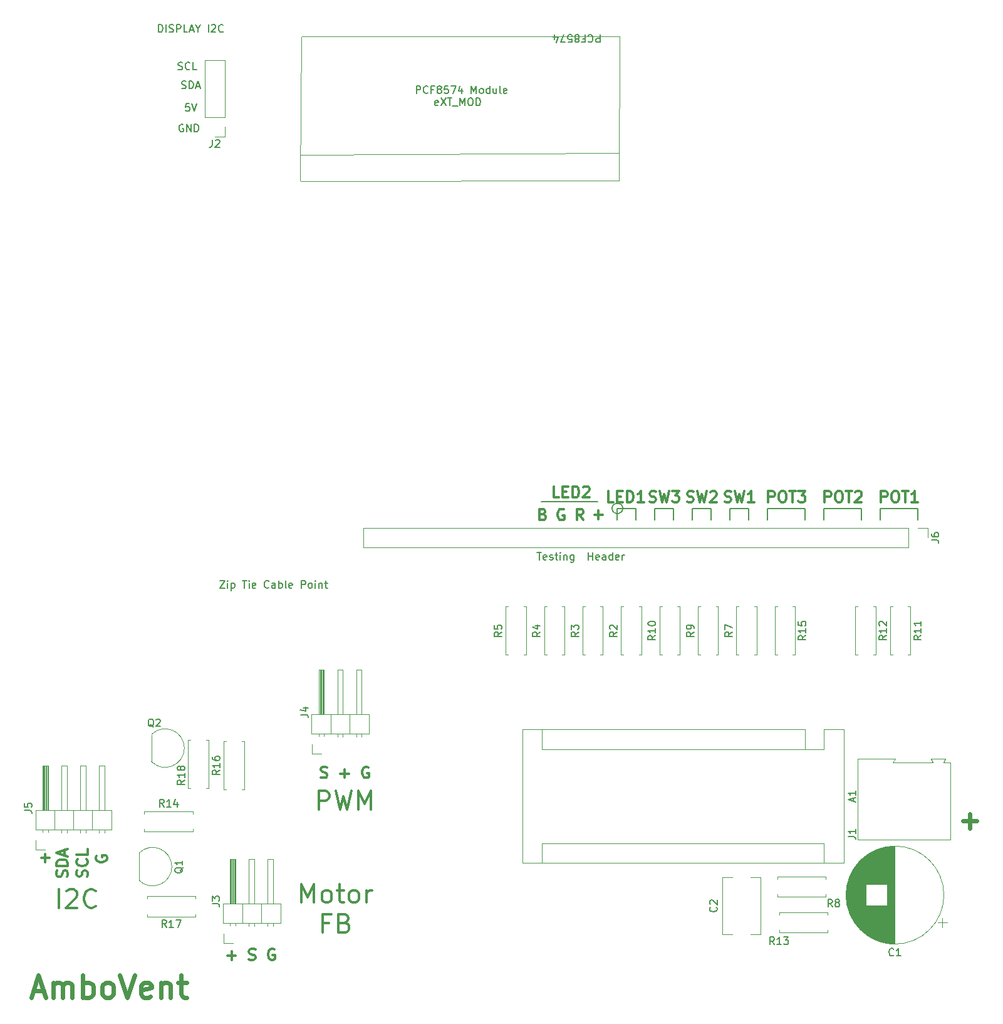
<source format=gbr>
G04 #@! TF.GenerationSoftware,KiCad,Pcbnew,(5.1.5)-3*
G04 #@! TF.CreationDate,2020-05-04T10:21:06+03:00*
G04 #@! TF.ProjectId,respirator-control_rev2,72657370-6972-4617-946f-722d636f6e74,rev?*
G04 #@! TF.SameCoordinates,Original*
G04 #@! TF.FileFunction,Legend,Top*
G04 #@! TF.FilePolarity,Positive*
%FSLAX46Y46*%
G04 Gerber Fmt 4.6, Leading zero omitted, Abs format (unit mm)*
G04 Created by KiCad (PCBNEW (5.1.5)-3) date 2020-05-04 10:21:06*
%MOMM*%
%LPD*%
G04 APERTURE LIST*
%ADD10C,0.150000*%
%ADD11C,0.600000*%
%ADD12C,0.300000*%
%ADD13C,0.200000*%
%ADD14C,0.120000*%
G04 APERTURE END LIST*
D10*
X159539904Y-163032380D02*
X160206571Y-163032380D01*
X159539904Y-164032380D01*
X160206571Y-164032380D01*
X160587523Y-164032380D02*
X160587523Y-163365714D01*
X160587523Y-163032380D02*
X160539904Y-163080000D01*
X160587523Y-163127619D01*
X160635142Y-163080000D01*
X160587523Y-163032380D01*
X160587523Y-163127619D01*
X161063714Y-163365714D02*
X161063714Y-164365714D01*
X161063714Y-163413333D02*
X161158952Y-163365714D01*
X161349428Y-163365714D01*
X161444666Y-163413333D01*
X161492285Y-163460952D01*
X161539904Y-163556190D01*
X161539904Y-163841904D01*
X161492285Y-163937142D01*
X161444666Y-163984761D01*
X161349428Y-164032380D01*
X161158952Y-164032380D01*
X161063714Y-163984761D01*
X162587523Y-163032380D02*
X163158952Y-163032380D01*
X162873238Y-164032380D02*
X162873238Y-163032380D01*
X163492285Y-164032380D02*
X163492285Y-163365714D01*
X163492285Y-163032380D02*
X163444666Y-163080000D01*
X163492285Y-163127619D01*
X163539904Y-163080000D01*
X163492285Y-163032380D01*
X163492285Y-163127619D01*
X164349428Y-163984761D02*
X164254190Y-164032380D01*
X164063714Y-164032380D01*
X163968476Y-163984761D01*
X163920857Y-163889523D01*
X163920857Y-163508571D01*
X163968476Y-163413333D01*
X164063714Y-163365714D01*
X164254190Y-163365714D01*
X164349428Y-163413333D01*
X164397047Y-163508571D01*
X164397047Y-163603809D01*
X163920857Y-163699047D01*
X166158952Y-163937142D02*
X166111333Y-163984761D01*
X165968476Y-164032380D01*
X165873238Y-164032380D01*
X165730380Y-163984761D01*
X165635142Y-163889523D01*
X165587523Y-163794285D01*
X165539904Y-163603809D01*
X165539904Y-163460952D01*
X165587523Y-163270476D01*
X165635142Y-163175238D01*
X165730380Y-163080000D01*
X165873238Y-163032380D01*
X165968476Y-163032380D01*
X166111333Y-163080000D01*
X166158952Y-163127619D01*
X167016095Y-164032380D02*
X167016095Y-163508571D01*
X166968476Y-163413333D01*
X166873238Y-163365714D01*
X166682761Y-163365714D01*
X166587523Y-163413333D01*
X167016095Y-163984761D02*
X166920857Y-164032380D01*
X166682761Y-164032380D01*
X166587523Y-163984761D01*
X166539904Y-163889523D01*
X166539904Y-163794285D01*
X166587523Y-163699047D01*
X166682761Y-163651428D01*
X166920857Y-163651428D01*
X167016095Y-163603809D01*
X167492285Y-164032380D02*
X167492285Y-163032380D01*
X167492285Y-163413333D02*
X167587523Y-163365714D01*
X167778000Y-163365714D01*
X167873238Y-163413333D01*
X167920857Y-163460952D01*
X167968476Y-163556190D01*
X167968476Y-163841904D01*
X167920857Y-163937142D01*
X167873238Y-163984761D01*
X167778000Y-164032380D01*
X167587523Y-164032380D01*
X167492285Y-163984761D01*
X168539904Y-164032380D02*
X168444666Y-163984761D01*
X168397047Y-163889523D01*
X168397047Y-163032380D01*
X169301809Y-163984761D02*
X169206571Y-164032380D01*
X169016095Y-164032380D01*
X168920857Y-163984761D01*
X168873238Y-163889523D01*
X168873238Y-163508571D01*
X168920857Y-163413333D01*
X169016095Y-163365714D01*
X169206571Y-163365714D01*
X169301809Y-163413333D01*
X169349428Y-163508571D01*
X169349428Y-163603809D01*
X168873238Y-163699047D01*
X170539904Y-164032380D02*
X170539904Y-163032380D01*
X170920857Y-163032380D01*
X171016095Y-163080000D01*
X171063714Y-163127619D01*
X171111333Y-163222857D01*
X171111333Y-163365714D01*
X171063714Y-163460952D01*
X171016095Y-163508571D01*
X170920857Y-163556190D01*
X170539904Y-163556190D01*
X171682761Y-164032380D02*
X171587523Y-163984761D01*
X171539904Y-163937142D01*
X171492285Y-163841904D01*
X171492285Y-163556190D01*
X171539904Y-163460952D01*
X171587523Y-163413333D01*
X171682761Y-163365714D01*
X171825619Y-163365714D01*
X171920857Y-163413333D01*
X171968476Y-163460952D01*
X172016095Y-163556190D01*
X172016095Y-163841904D01*
X171968476Y-163937142D01*
X171920857Y-163984761D01*
X171825619Y-164032380D01*
X171682761Y-164032380D01*
X172444666Y-164032380D02*
X172444666Y-163365714D01*
X172444666Y-163032380D02*
X172397047Y-163080000D01*
X172444666Y-163127619D01*
X172492285Y-163080000D01*
X172444666Y-163032380D01*
X172444666Y-163127619D01*
X172920857Y-163365714D02*
X172920857Y-164032380D01*
X172920857Y-163460952D02*
X172968476Y-163413333D01*
X173063714Y-163365714D01*
X173206571Y-163365714D01*
X173301809Y-163413333D01*
X173349428Y-163508571D01*
X173349428Y-164032380D01*
X173682761Y-163365714D02*
X174063714Y-163365714D01*
X173825619Y-163032380D02*
X173825619Y-163889523D01*
X173873238Y-163984761D01*
X173968476Y-164032380D01*
X174063714Y-164032380D01*
X202402285Y-159222380D02*
X202973714Y-159222380D01*
X202688000Y-160222380D02*
X202688000Y-159222380D01*
X203688000Y-160174761D02*
X203592761Y-160222380D01*
X203402285Y-160222380D01*
X203307047Y-160174761D01*
X203259428Y-160079523D01*
X203259428Y-159698571D01*
X203307047Y-159603333D01*
X203402285Y-159555714D01*
X203592761Y-159555714D01*
X203688000Y-159603333D01*
X203735619Y-159698571D01*
X203735619Y-159793809D01*
X203259428Y-159889047D01*
X204116571Y-160174761D02*
X204211809Y-160222380D01*
X204402285Y-160222380D01*
X204497523Y-160174761D01*
X204545142Y-160079523D01*
X204545142Y-160031904D01*
X204497523Y-159936666D01*
X204402285Y-159889047D01*
X204259428Y-159889047D01*
X204164190Y-159841428D01*
X204116571Y-159746190D01*
X204116571Y-159698571D01*
X204164190Y-159603333D01*
X204259428Y-159555714D01*
X204402285Y-159555714D01*
X204497523Y-159603333D01*
X204830857Y-159555714D02*
X205211809Y-159555714D01*
X204973714Y-159222380D02*
X204973714Y-160079523D01*
X205021333Y-160174761D01*
X205116571Y-160222380D01*
X205211809Y-160222380D01*
X205545142Y-160222380D02*
X205545142Y-159555714D01*
X205545142Y-159222380D02*
X205497523Y-159270000D01*
X205545142Y-159317619D01*
X205592761Y-159270000D01*
X205545142Y-159222380D01*
X205545142Y-159317619D01*
X206021333Y-159555714D02*
X206021333Y-160222380D01*
X206021333Y-159650952D02*
X206068952Y-159603333D01*
X206164190Y-159555714D01*
X206307047Y-159555714D01*
X206402285Y-159603333D01*
X206449904Y-159698571D01*
X206449904Y-160222380D01*
X207354666Y-159555714D02*
X207354666Y-160365238D01*
X207307047Y-160460476D01*
X207259428Y-160508095D01*
X207164190Y-160555714D01*
X207021333Y-160555714D01*
X206926095Y-160508095D01*
X207354666Y-160174761D02*
X207259428Y-160222380D01*
X207068952Y-160222380D01*
X206973714Y-160174761D01*
X206926095Y-160127142D01*
X206878476Y-160031904D01*
X206878476Y-159746190D01*
X206926095Y-159650952D01*
X206973714Y-159603333D01*
X207068952Y-159555714D01*
X207259428Y-159555714D01*
X207354666Y-159603333D01*
X209354666Y-160222380D02*
X209354666Y-159222380D01*
X209354666Y-159698571D02*
X209926095Y-159698571D01*
X209926095Y-160222380D02*
X209926095Y-159222380D01*
X210783238Y-160174761D02*
X210688000Y-160222380D01*
X210497523Y-160222380D01*
X210402285Y-160174761D01*
X210354666Y-160079523D01*
X210354666Y-159698571D01*
X210402285Y-159603333D01*
X210497523Y-159555714D01*
X210688000Y-159555714D01*
X210783238Y-159603333D01*
X210830857Y-159698571D01*
X210830857Y-159793809D01*
X210354666Y-159889047D01*
X211688000Y-160222380D02*
X211688000Y-159698571D01*
X211640380Y-159603333D01*
X211545142Y-159555714D01*
X211354666Y-159555714D01*
X211259428Y-159603333D01*
X211688000Y-160174761D02*
X211592761Y-160222380D01*
X211354666Y-160222380D01*
X211259428Y-160174761D01*
X211211809Y-160079523D01*
X211211809Y-159984285D01*
X211259428Y-159889047D01*
X211354666Y-159841428D01*
X211592761Y-159841428D01*
X211688000Y-159793809D01*
X212592761Y-160222380D02*
X212592761Y-159222380D01*
X212592761Y-160174761D02*
X212497523Y-160222380D01*
X212307047Y-160222380D01*
X212211809Y-160174761D01*
X212164190Y-160127142D01*
X212116571Y-160031904D01*
X212116571Y-159746190D01*
X212164190Y-159650952D01*
X212211809Y-159603333D01*
X212307047Y-159555714D01*
X212497523Y-159555714D01*
X212592761Y-159603333D01*
X213449904Y-160174761D02*
X213354666Y-160222380D01*
X213164190Y-160222380D01*
X213068952Y-160174761D01*
X213021333Y-160079523D01*
X213021333Y-159698571D01*
X213068952Y-159603333D01*
X213164190Y-159555714D01*
X213354666Y-159555714D01*
X213449904Y-159603333D01*
X213497523Y-159698571D01*
X213497523Y-159793809D01*
X213021333Y-159889047D01*
X213926095Y-160222380D02*
X213926095Y-159555714D01*
X213926095Y-159746190D02*
X213973714Y-159650952D01*
X214021333Y-159603333D01*
X214116571Y-159555714D01*
X214211809Y-159555714D01*
X155411523Y-98639380D02*
X154935333Y-98639380D01*
X154887714Y-99115571D01*
X154935333Y-99067952D01*
X155030571Y-99020333D01*
X155268666Y-99020333D01*
X155363904Y-99067952D01*
X155411523Y-99115571D01*
X155459142Y-99210809D01*
X155459142Y-99448904D01*
X155411523Y-99544142D01*
X155363904Y-99591761D01*
X155268666Y-99639380D01*
X155030571Y-99639380D01*
X154935333Y-99591761D01*
X154887714Y-99544142D01*
X155744857Y-98639380D02*
X156078190Y-99639380D01*
X156411523Y-98639380D01*
X154586095Y-101481000D02*
X154490857Y-101433380D01*
X154348000Y-101433380D01*
X154205142Y-101481000D01*
X154109904Y-101576238D01*
X154062285Y-101671476D01*
X154014666Y-101861952D01*
X154014666Y-102004809D01*
X154062285Y-102195285D01*
X154109904Y-102290523D01*
X154205142Y-102385761D01*
X154348000Y-102433380D01*
X154443238Y-102433380D01*
X154586095Y-102385761D01*
X154633714Y-102338142D01*
X154633714Y-102004809D01*
X154443238Y-102004809D01*
X155062285Y-102433380D02*
X155062285Y-101433380D01*
X155633714Y-102433380D01*
X155633714Y-101433380D01*
X156109904Y-102433380D02*
X156109904Y-101433380D01*
X156348000Y-101433380D01*
X156490857Y-101481000D01*
X156586095Y-101576238D01*
X156633714Y-101671476D01*
X156681333Y-101861952D01*
X156681333Y-102004809D01*
X156633714Y-102195285D01*
X156586095Y-102290523D01*
X156490857Y-102385761D01*
X156348000Y-102433380D01*
X156109904Y-102433380D01*
X154387714Y-96543761D02*
X154530571Y-96591380D01*
X154768666Y-96591380D01*
X154863904Y-96543761D01*
X154911523Y-96496142D01*
X154959142Y-96400904D01*
X154959142Y-96305666D01*
X154911523Y-96210428D01*
X154863904Y-96162809D01*
X154768666Y-96115190D01*
X154578190Y-96067571D01*
X154482952Y-96019952D01*
X154435333Y-95972333D01*
X154387714Y-95877095D01*
X154387714Y-95781857D01*
X154435333Y-95686619D01*
X154482952Y-95639000D01*
X154578190Y-95591380D01*
X154816285Y-95591380D01*
X154959142Y-95639000D01*
X155387714Y-96591380D02*
X155387714Y-95591380D01*
X155625809Y-95591380D01*
X155768666Y-95639000D01*
X155863904Y-95734238D01*
X155911523Y-95829476D01*
X155959142Y-96019952D01*
X155959142Y-96162809D01*
X155911523Y-96353285D01*
X155863904Y-96448523D01*
X155768666Y-96543761D01*
X155625809Y-96591380D01*
X155387714Y-96591380D01*
X156340095Y-96305666D02*
X156816285Y-96305666D01*
X156244857Y-96591380D02*
X156578190Y-95591380D01*
X156911523Y-96591380D01*
X153903523Y-94003761D02*
X154046380Y-94051380D01*
X154284476Y-94051380D01*
X154379714Y-94003761D01*
X154427333Y-93956142D01*
X154474952Y-93860904D01*
X154474952Y-93765666D01*
X154427333Y-93670428D01*
X154379714Y-93622809D01*
X154284476Y-93575190D01*
X154094000Y-93527571D01*
X153998761Y-93479952D01*
X153951142Y-93432333D01*
X153903523Y-93337095D01*
X153903523Y-93241857D01*
X153951142Y-93146619D01*
X153998761Y-93099000D01*
X154094000Y-93051380D01*
X154332095Y-93051380D01*
X154474952Y-93099000D01*
X155474952Y-93956142D02*
X155427333Y-94003761D01*
X155284476Y-94051380D01*
X155189238Y-94051380D01*
X155046380Y-94003761D01*
X154951142Y-93908523D01*
X154903523Y-93813285D01*
X154855904Y-93622809D01*
X154855904Y-93479952D01*
X154903523Y-93289476D01*
X154951142Y-93194238D01*
X155046380Y-93099000D01*
X155189238Y-93051380D01*
X155284476Y-93051380D01*
X155427333Y-93099000D01*
X155474952Y-93146619D01*
X156379714Y-94051380D02*
X155903523Y-94051380D01*
X155903523Y-93051380D01*
X210894285Y-89336619D02*
X210894285Y-90336619D01*
X210513333Y-90336619D01*
X210418095Y-90289000D01*
X210370476Y-90241380D01*
X210322857Y-90146142D01*
X210322857Y-90003285D01*
X210370476Y-89908047D01*
X210418095Y-89860428D01*
X210513333Y-89812809D01*
X210894285Y-89812809D01*
X209322857Y-89431857D02*
X209370476Y-89384238D01*
X209513333Y-89336619D01*
X209608571Y-89336619D01*
X209751428Y-89384238D01*
X209846666Y-89479476D01*
X209894285Y-89574714D01*
X209941904Y-89765190D01*
X209941904Y-89908047D01*
X209894285Y-90098523D01*
X209846666Y-90193761D01*
X209751428Y-90289000D01*
X209608571Y-90336619D01*
X209513333Y-90336619D01*
X209370476Y-90289000D01*
X209322857Y-90241380D01*
X208560952Y-89860428D02*
X208894285Y-89860428D01*
X208894285Y-89336619D02*
X208894285Y-90336619D01*
X208418095Y-90336619D01*
X207894285Y-89908047D02*
X207989523Y-89955666D01*
X208037142Y-90003285D01*
X208084761Y-90098523D01*
X208084761Y-90146142D01*
X208037142Y-90241380D01*
X207989523Y-90289000D01*
X207894285Y-90336619D01*
X207703809Y-90336619D01*
X207608571Y-90289000D01*
X207560952Y-90241380D01*
X207513333Y-90146142D01*
X207513333Y-90098523D01*
X207560952Y-90003285D01*
X207608571Y-89955666D01*
X207703809Y-89908047D01*
X207894285Y-89908047D01*
X207989523Y-89860428D01*
X208037142Y-89812809D01*
X208084761Y-89717571D01*
X208084761Y-89527095D01*
X208037142Y-89431857D01*
X207989523Y-89384238D01*
X207894285Y-89336619D01*
X207703809Y-89336619D01*
X207608571Y-89384238D01*
X207560952Y-89431857D01*
X207513333Y-89527095D01*
X207513333Y-89717571D01*
X207560952Y-89812809D01*
X207608571Y-89860428D01*
X207703809Y-89908047D01*
X206608571Y-90336619D02*
X207084761Y-90336619D01*
X207132380Y-89860428D01*
X207084761Y-89908047D01*
X206989523Y-89955666D01*
X206751428Y-89955666D01*
X206656190Y-89908047D01*
X206608571Y-89860428D01*
X206560952Y-89765190D01*
X206560952Y-89527095D01*
X206608571Y-89431857D01*
X206656190Y-89384238D01*
X206751428Y-89336619D01*
X206989523Y-89336619D01*
X207084761Y-89384238D01*
X207132380Y-89431857D01*
X206227619Y-90336619D02*
X205560952Y-90336619D01*
X205989523Y-89336619D01*
X204751428Y-90003285D02*
X204751428Y-89336619D01*
X204989523Y-90384238D02*
X205227619Y-89669952D01*
X204608571Y-89669952D01*
X151268666Y-88971380D02*
X151268666Y-87971380D01*
X151506761Y-87971380D01*
X151649619Y-88019000D01*
X151744857Y-88114238D01*
X151792476Y-88209476D01*
X151840095Y-88399952D01*
X151840095Y-88542809D01*
X151792476Y-88733285D01*
X151744857Y-88828523D01*
X151649619Y-88923761D01*
X151506761Y-88971380D01*
X151268666Y-88971380D01*
X152268666Y-88971380D02*
X152268666Y-87971380D01*
X152697238Y-88923761D02*
X152840095Y-88971380D01*
X153078190Y-88971380D01*
X153173428Y-88923761D01*
X153221047Y-88876142D01*
X153268666Y-88780904D01*
X153268666Y-88685666D01*
X153221047Y-88590428D01*
X153173428Y-88542809D01*
X153078190Y-88495190D01*
X152887714Y-88447571D01*
X152792476Y-88399952D01*
X152744857Y-88352333D01*
X152697238Y-88257095D01*
X152697238Y-88161857D01*
X152744857Y-88066619D01*
X152792476Y-88019000D01*
X152887714Y-87971380D01*
X153125809Y-87971380D01*
X153268666Y-88019000D01*
X153697238Y-88971380D02*
X153697238Y-87971380D01*
X154078190Y-87971380D01*
X154173428Y-88019000D01*
X154221047Y-88066619D01*
X154268666Y-88161857D01*
X154268666Y-88304714D01*
X154221047Y-88399952D01*
X154173428Y-88447571D01*
X154078190Y-88495190D01*
X153697238Y-88495190D01*
X155173428Y-88971380D02*
X154697238Y-88971380D01*
X154697238Y-87971380D01*
X155459142Y-88685666D02*
X155935333Y-88685666D01*
X155363904Y-88971380D02*
X155697238Y-87971380D01*
X156030571Y-88971380D01*
X156554380Y-88495190D02*
X156554380Y-88971380D01*
X156221047Y-87971380D02*
X156554380Y-88495190D01*
X156887714Y-87971380D01*
X157982952Y-88971380D02*
X157982952Y-87971380D01*
X158411523Y-88066619D02*
X158459142Y-88019000D01*
X158554380Y-87971380D01*
X158792476Y-87971380D01*
X158887714Y-88019000D01*
X158935333Y-88066619D01*
X158982952Y-88161857D01*
X158982952Y-88257095D01*
X158935333Y-88399952D01*
X158363904Y-88971380D01*
X158982952Y-88971380D01*
X159982952Y-88876142D02*
X159935333Y-88923761D01*
X159792476Y-88971380D01*
X159697238Y-88971380D01*
X159554380Y-88923761D01*
X159459142Y-88828523D01*
X159411523Y-88733285D01*
X159363904Y-88542809D01*
X159363904Y-88399952D01*
X159411523Y-88209476D01*
X159459142Y-88114238D01*
X159554380Y-88019000D01*
X159697238Y-87971380D01*
X159792476Y-87971380D01*
X159935333Y-88019000D01*
X159982952Y-88066619D01*
D11*
X134313314Y-218448700D02*
X135741885Y-218448700D01*
X134027600Y-219305842D02*
X135027600Y-216305842D01*
X136027600Y-219305842D01*
X137027600Y-219305842D02*
X137027600Y-217305842D01*
X137027600Y-217591557D02*
X137170457Y-217448700D01*
X137456171Y-217305842D01*
X137884742Y-217305842D01*
X138170457Y-217448700D01*
X138313314Y-217734414D01*
X138313314Y-219305842D01*
X138313314Y-217734414D02*
X138456171Y-217448700D01*
X138741885Y-217305842D01*
X139170457Y-217305842D01*
X139456171Y-217448700D01*
X139599028Y-217734414D01*
X139599028Y-219305842D01*
X141027600Y-219305842D02*
X141027600Y-216305842D01*
X141027600Y-217448700D02*
X141313314Y-217305842D01*
X141884742Y-217305842D01*
X142170457Y-217448700D01*
X142313314Y-217591557D01*
X142456171Y-217877271D01*
X142456171Y-218734414D01*
X142313314Y-219020128D01*
X142170457Y-219162985D01*
X141884742Y-219305842D01*
X141313314Y-219305842D01*
X141027600Y-219162985D01*
X144170457Y-219305842D02*
X143884742Y-219162985D01*
X143741885Y-219020128D01*
X143599028Y-218734414D01*
X143599028Y-217877271D01*
X143741885Y-217591557D01*
X143884742Y-217448700D01*
X144170457Y-217305842D01*
X144599028Y-217305842D01*
X144884742Y-217448700D01*
X145027600Y-217591557D01*
X145170457Y-217877271D01*
X145170457Y-218734414D01*
X145027600Y-219020128D01*
X144884742Y-219162985D01*
X144599028Y-219305842D01*
X144170457Y-219305842D01*
X146027600Y-216305842D02*
X147027600Y-219305842D01*
X148027600Y-216305842D01*
X150170457Y-219162985D02*
X149884742Y-219305842D01*
X149313314Y-219305842D01*
X149027600Y-219162985D01*
X148884742Y-218877271D01*
X148884742Y-217734414D01*
X149027600Y-217448700D01*
X149313314Y-217305842D01*
X149884742Y-217305842D01*
X150170457Y-217448700D01*
X150313314Y-217734414D01*
X150313314Y-218020128D01*
X148884742Y-218305842D01*
X151599028Y-217305842D02*
X151599028Y-219305842D01*
X151599028Y-217591557D02*
X151741885Y-217448700D01*
X152027600Y-217305842D01*
X152456171Y-217305842D01*
X152741885Y-217448700D01*
X152884742Y-217734414D01*
X152884742Y-219305842D01*
X153884742Y-217305842D02*
X155027600Y-217305842D01*
X154313314Y-216305842D02*
X154313314Y-218877271D01*
X154456171Y-219162985D01*
X154741885Y-219305842D01*
X155027600Y-219305842D01*
D12*
X210148571Y-154158142D02*
X211291428Y-154158142D01*
X210720000Y-154729571D02*
X210720000Y-153586714D01*
X203207142Y-154070857D02*
X203421428Y-154142285D01*
X203492857Y-154213714D01*
X203564285Y-154356571D01*
X203564285Y-154570857D01*
X203492857Y-154713714D01*
X203421428Y-154785142D01*
X203278571Y-154856571D01*
X202707142Y-154856571D01*
X202707142Y-153356571D01*
X203207142Y-153356571D01*
X203350000Y-153428000D01*
X203421428Y-153499428D01*
X203492857Y-153642285D01*
X203492857Y-153785142D01*
X203421428Y-153928000D01*
X203350000Y-153999428D01*
X203207142Y-154070857D01*
X202707142Y-154070857D01*
X206032857Y-153428000D02*
X205890000Y-153356571D01*
X205675714Y-153356571D01*
X205461428Y-153428000D01*
X205318571Y-153570857D01*
X205247142Y-153713714D01*
X205175714Y-153999428D01*
X205175714Y-154213714D01*
X205247142Y-154499428D01*
X205318571Y-154642285D01*
X205461428Y-154785142D01*
X205675714Y-154856571D01*
X205818571Y-154856571D01*
X206032857Y-154785142D01*
X206104285Y-154713714D01*
X206104285Y-154213714D01*
X205818571Y-154213714D01*
X208644285Y-154856571D02*
X208144285Y-154142285D01*
X207787142Y-154856571D02*
X207787142Y-153356571D01*
X208358571Y-153356571D01*
X208501428Y-153428000D01*
X208572857Y-153499428D01*
X208644285Y-153642285D01*
X208644285Y-153856571D01*
X208572857Y-153999428D01*
X208501428Y-154070857D01*
X208358571Y-154142285D01*
X207787142Y-154142285D01*
X205358428Y-151808571D02*
X204644142Y-151808571D01*
X204644142Y-150308571D01*
X205858428Y-151022857D02*
X206358428Y-151022857D01*
X206572714Y-151808571D02*
X205858428Y-151808571D01*
X205858428Y-150308571D01*
X206572714Y-150308571D01*
X207215571Y-151808571D02*
X207215571Y-150308571D01*
X207572714Y-150308571D01*
X207787000Y-150380000D01*
X207929857Y-150522857D01*
X208001285Y-150665714D01*
X208072714Y-150951428D01*
X208072714Y-151165714D01*
X208001285Y-151451428D01*
X207929857Y-151594285D01*
X207787000Y-151737142D01*
X207572714Y-151808571D01*
X207215571Y-151808571D01*
X208644142Y-150451428D02*
X208715571Y-150380000D01*
X208858428Y-150308571D01*
X209215571Y-150308571D01*
X209358428Y-150380000D01*
X209429857Y-150451428D01*
X209501285Y-150594285D01*
X209501285Y-150737142D01*
X209429857Y-150951428D01*
X208572714Y-151808571D01*
X209501285Y-151808571D01*
D13*
X210593000Y-152400000D02*
X202973000Y-152400000D01*
X213978420Y-153289000D02*
G75*
G03X213978420Y-153289000I-718420J0D01*
G01*
D12*
X212724428Y-152443571D02*
X212010142Y-152443571D01*
X212010142Y-150943571D01*
X213224428Y-151657857D02*
X213724428Y-151657857D01*
X213938714Y-152443571D02*
X213224428Y-152443571D01*
X213224428Y-150943571D01*
X213938714Y-150943571D01*
X214581571Y-152443571D02*
X214581571Y-150943571D01*
X214938714Y-150943571D01*
X215153000Y-151015000D01*
X215295857Y-151157857D01*
X215367285Y-151300714D01*
X215438714Y-151586428D01*
X215438714Y-151800714D01*
X215367285Y-152086428D01*
X215295857Y-152229285D01*
X215153000Y-152372142D01*
X214938714Y-152443571D01*
X214581571Y-152443571D01*
X216867285Y-152443571D02*
X216010142Y-152443571D01*
X216438714Y-152443571D02*
X216438714Y-150943571D01*
X216295857Y-151157857D01*
X216153000Y-151300714D01*
X216010142Y-151372142D01*
D13*
X213260000Y-153289000D02*
X213260000Y-154813000D01*
X215800000Y-153289000D02*
X213260000Y-153289000D01*
X215800000Y-154813000D02*
X215800000Y-153289000D01*
D12*
X217610000Y-152372142D02*
X217824285Y-152443571D01*
X218181428Y-152443571D01*
X218324285Y-152372142D01*
X218395714Y-152300714D01*
X218467142Y-152157857D01*
X218467142Y-152015000D01*
X218395714Y-151872142D01*
X218324285Y-151800714D01*
X218181428Y-151729285D01*
X217895714Y-151657857D01*
X217752857Y-151586428D01*
X217681428Y-151515000D01*
X217610000Y-151372142D01*
X217610000Y-151229285D01*
X217681428Y-151086428D01*
X217752857Y-151015000D01*
X217895714Y-150943571D01*
X218252857Y-150943571D01*
X218467142Y-151015000D01*
X218967142Y-150943571D02*
X219324285Y-152443571D01*
X219610000Y-151372142D01*
X219895714Y-152443571D01*
X220252857Y-150943571D01*
X220681428Y-150943571D02*
X221610000Y-150943571D01*
X221110000Y-151515000D01*
X221324285Y-151515000D01*
X221467142Y-151586428D01*
X221538571Y-151657857D01*
X221610000Y-151800714D01*
X221610000Y-152157857D01*
X221538571Y-152300714D01*
X221467142Y-152372142D01*
X221324285Y-152443571D01*
X220895714Y-152443571D01*
X220752857Y-152372142D01*
X220681428Y-152300714D01*
X222690000Y-152372142D02*
X222904285Y-152443571D01*
X223261428Y-152443571D01*
X223404285Y-152372142D01*
X223475714Y-152300714D01*
X223547142Y-152157857D01*
X223547142Y-152015000D01*
X223475714Y-151872142D01*
X223404285Y-151800714D01*
X223261428Y-151729285D01*
X222975714Y-151657857D01*
X222832857Y-151586428D01*
X222761428Y-151515000D01*
X222690000Y-151372142D01*
X222690000Y-151229285D01*
X222761428Y-151086428D01*
X222832857Y-151015000D01*
X222975714Y-150943571D01*
X223332857Y-150943571D01*
X223547142Y-151015000D01*
X224047142Y-150943571D02*
X224404285Y-152443571D01*
X224690000Y-151372142D01*
X224975714Y-152443571D01*
X225332857Y-150943571D01*
X225832857Y-151086428D02*
X225904285Y-151015000D01*
X226047142Y-150943571D01*
X226404285Y-150943571D01*
X226547142Y-151015000D01*
X226618571Y-151086428D01*
X226690000Y-151229285D01*
X226690000Y-151372142D01*
X226618571Y-151586428D01*
X225761428Y-152443571D01*
X226690000Y-152443571D01*
X227770000Y-152372142D02*
X227984285Y-152443571D01*
X228341428Y-152443571D01*
X228484285Y-152372142D01*
X228555714Y-152300714D01*
X228627142Y-152157857D01*
X228627142Y-152015000D01*
X228555714Y-151872142D01*
X228484285Y-151800714D01*
X228341428Y-151729285D01*
X228055714Y-151657857D01*
X227912857Y-151586428D01*
X227841428Y-151515000D01*
X227770000Y-151372142D01*
X227770000Y-151229285D01*
X227841428Y-151086428D01*
X227912857Y-151015000D01*
X228055714Y-150943571D01*
X228412857Y-150943571D01*
X228627142Y-151015000D01*
X229127142Y-150943571D02*
X229484285Y-152443571D01*
X229770000Y-151372142D01*
X230055714Y-152443571D01*
X230412857Y-150943571D01*
X231770000Y-152443571D02*
X230912857Y-152443571D01*
X231341428Y-152443571D02*
X231341428Y-150943571D01*
X231198571Y-151157857D01*
X231055714Y-151300714D01*
X230912857Y-151372142D01*
D13*
X218340000Y-153289000D02*
X218340000Y-154813000D01*
X220880000Y-153289000D02*
X218340000Y-153289000D01*
X220880000Y-154813000D02*
X220880000Y-153289000D01*
X223420000Y-153289000D02*
X223420000Y-154813000D01*
X225960000Y-153289000D02*
X223420000Y-153289000D01*
X225960000Y-154813000D02*
X225960000Y-153289000D01*
X228500000Y-153289000D02*
X228500000Y-154813000D01*
X231040000Y-153289000D02*
X228500000Y-153289000D01*
X231040000Y-154813000D02*
X231040000Y-153289000D01*
D12*
X233655714Y-152443571D02*
X233655714Y-150943571D01*
X234227142Y-150943571D01*
X234370000Y-151015000D01*
X234441428Y-151086428D01*
X234512857Y-151229285D01*
X234512857Y-151443571D01*
X234441428Y-151586428D01*
X234370000Y-151657857D01*
X234227142Y-151729285D01*
X233655714Y-151729285D01*
X235441428Y-150943571D02*
X235727142Y-150943571D01*
X235870000Y-151015000D01*
X236012857Y-151157857D01*
X236084285Y-151443571D01*
X236084285Y-151943571D01*
X236012857Y-152229285D01*
X235870000Y-152372142D01*
X235727142Y-152443571D01*
X235441428Y-152443571D01*
X235298571Y-152372142D01*
X235155714Y-152229285D01*
X235084285Y-151943571D01*
X235084285Y-151443571D01*
X235155714Y-151157857D01*
X235298571Y-151015000D01*
X235441428Y-150943571D01*
X236512857Y-150943571D02*
X237370000Y-150943571D01*
X236941428Y-152443571D02*
X236941428Y-150943571D01*
X237727142Y-150943571D02*
X238655714Y-150943571D01*
X238155714Y-151515000D01*
X238370000Y-151515000D01*
X238512857Y-151586428D01*
X238584285Y-151657857D01*
X238655714Y-151800714D01*
X238655714Y-152157857D01*
X238584285Y-152300714D01*
X238512857Y-152372142D01*
X238370000Y-152443571D01*
X237941428Y-152443571D01*
X237798571Y-152372142D01*
X237727142Y-152300714D01*
X241275714Y-152443571D02*
X241275714Y-150943571D01*
X241847142Y-150943571D01*
X241990000Y-151015000D01*
X242061428Y-151086428D01*
X242132857Y-151229285D01*
X242132857Y-151443571D01*
X242061428Y-151586428D01*
X241990000Y-151657857D01*
X241847142Y-151729285D01*
X241275714Y-151729285D01*
X243061428Y-150943571D02*
X243347142Y-150943571D01*
X243490000Y-151015000D01*
X243632857Y-151157857D01*
X243704285Y-151443571D01*
X243704285Y-151943571D01*
X243632857Y-152229285D01*
X243490000Y-152372142D01*
X243347142Y-152443571D01*
X243061428Y-152443571D01*
X242918571Y-152372142D01*
X242775714Y-152229285D01*
X242704285Y-151943571D01*
X242704285Y-151443571D01*
X242775714Y-151157857D01*
X242918571Y-151015000D01*
X243061428Y-150943571D01*
X244132857Y-150943571D02*
X244990000Y-150943571D01*
X244561428Y-152443571D02*
X244561428Y-150943571D01*
X245418571Y-151086428D02*
X245490000Y-151015000D01*
X245632857Y-150943571D01*
X245990000Y-150943571D01*
X246132857Y-151015000D01*
X246204285Y-151086428D01*
X246275714Y-151229285D01*
X246275714Y-151372142D01*
X246204285Y-151586428D01*
X245347142Y-152443571D01*
X246275714Y-152443571D01*
X248895714Y-152443571D02*
X248895714Y-150943571D01*
X249467142Y-150943571D01*
X249610000Y-151015000D01*
X249681428Y-151086428D01*
X249752857Y-151229285D01*
X249752857Y-151443571D01*
X249681428Y-151586428D01*
X249610000Y-151657857D01*
X249467142Y-151729285D01*
X248895714Y-151729285D01*
X250681428Y-150943571D02*
X250967142Y-150943571D01*
X251110000Y-151015000D01*
X251252857Y-151157857D01*
X251324285Y-151443571D01*
X251324285Y-151943571D01*
X251252857Y-152229285D01*
X251110000Y-152372142D01*
X250967142Y-152443571D01*
X250681428Y-152443571D01*
X250538571Y-152372142D01*
X250395714Y-152229285D01*
X250324285Y-151943571D01*
X250324285Y-151443571D01*
X250395714Y-151157857D01*
X250538571Y-151015000D01*
X250681428Y-150943571D01*
X251752857Y-150943571D02*
X252610000Y-150943571D01*
X252181428Y-152443571D02*
X252181428Y-150943571D01*
X253895714Y-152443571D02*
X253038571Y-152443571D01*
X253467142Y-152443571D02*
X253467142Y-150943571D01*
X253324285Y-151157857D01*
X253181428Y-151300714D01*
X253038571Y-151372142D01*
D13*
X233580000Y-153289000D02*
X233580000Y-154813000D01*
X238660000Y-153289000D02*
X233580000Y-153289000D01*
X238660000Y-154813000D02*
X238660000Y-153289000D01*
X241200000Y-153289000D02*
X241200000Y-154813000D01*
X246280000Y-153289000D02*
X241200000Y-153289000D01*
X246280000Y-154813000D02*
X246280000Y-153289000D01*
X253900000Y-153289000D02*
X253900000Y-154813000D01*
X248820000Y-153289000D02*
X253900000Y-153289000D01*
X248820000Y-154813000D02*
X248820000Y-153289000D01*
D11*
X259932619Y-195504571D02*
X261837380Y-195504571D01*
X260885000Y-196456952D02*
X260885000Y-194552190D01*
D12*
X142837800Y-200194942D02*
X142766371Y-200337800D01*
X142766371Y-200552085D01*
X142837800Y-200766371D01*
X142980657Y-200909228D01*
X143123514Y-200980657D01*
X143409228Y-201052085D01*
X143623514Y-201052085D01*
X143909228Y-200980657D01*
X144052085Y-200909228D01*
X144194942Y-200766371D01*
X144266371Y-200552085D01*
X144266371Y-200409228D01*
X144194942Y-200194942D01*
X144123514Y-200123514D01*
X143623514Y-200123514D01*
X143623514Y-200409228D01*
X141591442Y-203008514D02*
X141662871Y-202794228D01*
X141662871Y-202437085D01*
X141591442Y-202294228D01*
X141520014Y-202222800D01*
X141377157Y-202151371D01*
X141234300Y-202151371D01*
X141091442Y-202222800D01*
X141020014Y-202294228D01*
X140948585Y-202437085D01*
X140877157Y-202722800D01*
X140805728Y-202865657D01*
X140734300Y-202937085D01*
X140591442Y-203008514D01*
X140448585Y-203008514D01*
X140305728Y-202937085D01*
X140234300Y-202865657D01*
X140162871Y-202722800D01*
X140162871Y-202365657D01*
X140234300Y-202151371D01*
X141520014Y-200651371D02*
X141591442Y-200722800D01*
X141662871Y-200937085D01*
X141662871Y-201079942D01*
X141591442Y-201294228D01*
X141448585Y-201437085D01*
X141305728Y-201508514D01*
X141020014Y-201579942D01*
X140805728Y-201579942D01*
X140520014Y-201508514D01*
X140377157Y-201437085D01*
X140234300Y-201294228D01*
X140162871Y-201079942D01*
X140162871Y-200937085D01*
X140234300Y-200722800D01*
X140305728Y-200651371D01*
X141662871Y-199294228D02*
X141662871Y-200008514D01*
X140162871Y-200008514D01*
X138911742Y-203044228D02*
X138983171Y-202829942D01*
X138983171Y-202472800D01*
X138911742Y-202329942D01*
X138840314Y-202258514D01*
X138697457Y-202187085D01*
X138554600Y-202187085D01*
X138411742Y-202258514D01*
X138340314Y-202329942D01*
X138268885Y-202472800D01*
X138197457Y-202758514D01*
X138126028Y-202901371D01*
X138054600Y-202972800D01*
X137911742Y-203044228D01*
X137768885Y-203044228D01*
X137626028Y-202972800D01*
X137554600Y-202901371D01*
X137483171Y-202758514D01*
X137483171Y-202401371D01*
X137554600Y-202187085D01*
X138983171Y-201544228D02*
X137483171Y-201544228D01*
X137483171Y-201187085D01*
X137554600Y-200972800D01*
X137697457Y-200829942D01*
X137840314Y-200758514D01*
X138126028Y-200687085D01*
X138340314Y-200687085D01*
X138626028Y-200758514D01*
X138768885Y-200829942D01*
X138911742Y-200972800D01*
X138983171Y-201187085D01*
X138983171Y-201544228D01*
X138554600Y-200115657D02*
X138554600Y-199401371D01*
X138983171Y-200258514D02*
X137483171Y-199758514D01*
X138983171Y-199258514D01*
X135370971Y-200504442D02*
X136513828Y-200504442D01*
X135942400Y-201075871D02*
X135942400Y-199933014D01*
X137756423Y-207205152D02*
X137756423Y-204705152D01*
X138827852Y-204943247D02*
X138946900Y-204824200D01*
X139184995Y-204705152D01*
X139780233Y-204705152D01*
X140018328Y-204824200D01*
X140137376Y-204943247D01*
X140256423Y-205181342D01*
X140256423Y-205419438D01*
X140137376Y-205776580D01*
X138708804Y-207205152D01*
X140256423Y-207205152D01*
X142756423Y-206967057D02*
X142637376Y-207086104D01*
X142280233Y-207205152D01*
X142042138Y-207205152D01*
X141684995Y-207086104D01*
X141446900Y-206848009D01*
X141327852Y-206609914D01*
X141208804Y-206133723D01*
X141208804Y-205776580D01*
X141327852Y-205300390D01*
X141446900Y-205062295D01*
X141684995Y-204824200D01*
X142042138Y-204705152D01*
X142280233Y-204705152D01*
X142637376Y-204824200D01*
X142756423Y-204943247D01*
X173180000Y-189587142D02*
X173394285Y-189658571D01*
X173751428Y-189658571D01*
X173894285Y-189587142D01*
X173965714Y-189515714D01*
X174037142Y-189372857D01*
X174037142Y-189230000D01*
X173965714Y-189087142D01*
X173894285Y-189015714D01*
X173751428Y-188944285D01*
X173465714Y-188872857D01*
X173322857Y-188801428D01*
X173251428Y-188730000D01*
X173180000Y-188587142D01*
X173180000Y-188444285D01*
X173251428Y-188301428D01*
X173322857Y-188230000D01*
X173465714Y-188158571D01*
X173822857Y-188158571D01*
X174037142Y-188230000D01*
X175822857Y-189087142D02*
X176965714Y-189087142D01*
X176394285Y-189658571D02*
X176394285Y-188515714D01*
X179608571Y-188230000D02*
X179465714Y-188158571D01*
X179251428Y-188158571D01*
X179037142Y-188230000D01*
X178894285Y-188372857D01*
X178822857Y-188515714D01*
X178751428Y-188801428D01*
X178751428Y-189015714D01*
X178822857Y-189301428D01*
X178894285Y-189444285D01*
X179037142Y-189587142D01*
X179251428Y-189658571D01*
X179394285Y-189658571D01*
X179608571Y-189587142D01*
X179680000Y-189515714D01*
X179680000Y-189015714D01*
X179394285Y-189015714D01*
X172918095Y-193920952D02*
X172918095Y-191420952D01*
X173870476Y-191420952D01*
X174108571Y-191540000D01*
X174227619Y-191659047D01*
X174346666Y-191897142D01*
X174346666Y-192254285D01*
X174227619Y-192492380D01*
X174108571Y-192611428D01*
X173870476Y-192730476D01*
X172918095Y-192730476D01*
X175180000Y-191420952D02*
X175775238Y-193920952D01*
X176251428Y-192135238D01*
X176727619Y-193920952D01*
X177322857Y-191420952D01*
X178275238Y-193920952D02*
X178275238Y-191420952D01*
X179108571Y-193206666D01*
X179941904Y-191420952D01*
X179941904Y-193920952D01*
X160538728Y-213687042D02*
X161681585Y-213687042D01*
X161110157Y-214258471D02*
X161110157Y-213115614D01*
X163467300Y-214187042D02*
X163681585Y-214258471D01*
X164038728Y-214258471D01*
X164181585Y-214187042D01*
X164253014Y-214115614D01*
X164324442Y-213972757D01*
X164324442Y-213829900D01*
X164253014Y-213687042D01*
X164181585Y-213615614D01*
X164038728Y-213544185D01*
X163753014Y-213472757D01*
X163610157Y-213401328D01*
X163538728Y-213329900D01*
X163467300Y-213187042D01*
X163467300Y-213044185D01*
X163538728Y-212901328D01*
X163610157Y-212829900D01*
X163753014Y-212758471D01*
X164110157Y-212758471D01*
X164324442Y-212829900D01*
X166895871Y-212829900D02*
X166753014Y-212758471D01*
X166538728Y-212758471D01*
X166324442Y-212829900D01*
X166181585Y-212972757D01*
X166110157Y-213115614D01*
X166038728Y-213401328D01*
X166038728Y-213615614D01*
X166110157Y-213901328D01*
X166181585Y-214044185D01*
X166324442Y-214187042D01*
X166538728Y-214258471D01*
X166681585Y-214258471D01*
X166895871Y-214187042D01*
X166967300Y-214115614D01*
X166967300Y-213615614D01*
X166681585Y-213615614D01*
X170576666Y-206500952D02*
X170576666Y-204000952D01*
X171410000Y-205786666D01*
X172243333Y-204000952D01*
X172243333Y-206500952D01*
X173790952Y-206500952D02*
X173552857Y-206381904D01*
X173433809Y-206262857D01*
X173314761Y-206024761D01*
X173314761Y-205310476D01*
X173433809Y-205072380D01*
X173552857Y-204953333D01*
X173790952Y-204834285D01*
X174148095Y-204834285D01*
X174386190Y-204953333D01*
X174505238Y-205072380D01*
X174624285Y-205310476D01*
X174624285Y-206024761D01*
X174505238Y-206262857D01*
X174386190Y-206381904D01*
X174148095Y-206500952D01*
X173790952Y-206500952D01*
X175338571Y-204834285D02*
X176290952Y-204834285D01*
X175695714Y-204000952D02*
X175695714Y-206143809D01*
X175814761Y-206381904D01*
X176052857Y-206500952D01*
X176290952Y-206500952D01*
X177481428Y-206500952D02*
X177243333Y-206381904D01*
X177124285Y-206262857D01*
X177005238Y-206024761D01*
X177005238Y-205310476D01*
X177124285Y-205072380D01*
X177243333Y-204953333D01*
X177481428Y-204834285D01*
X177838571Y-204834285D01*
X178076666Y-204953333D01*
X178195714Y-205072380D01*
X178314761Y-205310476D01*
X178314761Y-206024761D01*
X178195714Y-206262857D01*
X178076666Y-206381904D01*
X177838571Y-206500952D01*
X177481428Y-206500952D01*
X179386190Y-206500952D02*
X179386190Y-204834285D01*
X179386190Y-205310476D02*
X179505238Y-205072380D01*
X179624285Y-204953333D01*
X179862380Y-204834285D01*
X180100476Y-204834285D01*
X174267142Y-209241428D02*
X173433809Y-209241428D01*
X173433809Y-210550952D02*
X173433809Y-208050952D01*
X174624285Y-208050952D01*
X176410000Y-209241428D02*
X176767142Y-209360476D01*
X176886190Y-209479523D01*
X177005238Y-209717619D01*
X177005238Y-210074761D01*
X176886190Y-210312857D01*
X176767142Y-210431904D01*
X176529047Y-210550952D01*
X175576666Y-210550952D01*
X175576666Y-208050952D01*
X176410000Y-208050952D01*
X176648095Y-208170000D01*
X176767142Y-208289047D01*
X176886190Y-208527142D01*
X176886190Y-208765238D01*
X176767142Y-209003333D01*
X176648095Y-209122380D01*
X176410000Y-209241428D01*
X175576666Y-209241428D01*
D14*
X155235300Y-191043500D02*
X155565300Y-191043500D01*
X155235300Y-184503500D02*
X155235300Y-191043500D01*
X155565300Y-184503500D02*
X155235300Y-184503500D01*
X157975300Y-191043500D02*
X157645300Y-191043500D01*
X157975300Y-184503500D02*
X157975300Y-191043500D01*
X157645300Y-184503500D02*
X157975300Y-184503500D01*
X149677700Y-205669400D02*
X149677700Y-205999400D01*
X156217700Y-205669400D02*
X149677700Y-205669400D01*
X156217700Y-205999400D02*
X156217700Y-205669400D01*
X149677700Y-208409400D02*
X149677700Y-208079400D01*
X156217700Y-208409400D02*
X149677700Y-208409400D01*
X156217700Y-208079400D02*
X156217700Y-208409400D01*
X162801300Y-184732100D02*
X162471300Y-184732100D01*
X162801300Y-191272100D02*
X162801300Y-184732100D01*
X162471300Y-191272100D02*
X162801300Y-191272100D01*
X160061300Y-184732100D02*
X160391300Y-184732100D01*
X160061300Y-191272100D02*
X160061300Y-184732100D01*
X160391300Y-191272100D02*
X160061300Y-191272100D01*
X149334800Y-194175900D02*
X149334800Y-194505900D01*
X155874800Y-194175900D02*
X149334800Y-194175900D01*
X155874800Y-194505900D02*
X155874800Y-194175900D01*
X149334800Y-196915900D02*
X149334800Y-196585900D01*
X155874800Y-196915900D02*
X149334800Y-196915900D01*
X155874800Y-196585900D02*
X155874800Y-196915900D01*
X150296422Y-187478378D02*
G75*
G03X154734900Y-185639900I1838478J1838478D01*
G01*
X150296422Y-183801422D02*
G75*
G02X154734900Y-185639900I1838478J-1838478D01*
G01*
X150284900Y-183839900D02*
X150284900Y-187439900D01*
X148607322Y-203493078D02*
G75*
G03X153045800Y-201654600I1838478J1838478D01*
G01*
X148607322Y-199816122D02*
G75*
G02X153045800Y-201654600I1838478J-1838478D01*
G01*
X148595800Y-199854600D02*
X148595800Y-203454600D01*
X134672400Y-199381300D02*
X134672400Y-198111300D01*
X135942400Y-199381300D02*
X134672400Y-199381300D01*
X143942400Y-197068371D02*
X143942400Y-196671300D01*
X143182400Y-197068371D02*
X143182400Y-196671300D01*
X143942400Y-188011300D02*
X143942400Y-194011300D01*
X143182400Y-188011300D02*
X143942400Y-188011300D01*
X143182400Y-194011300D02*
X143182400Y-188011300D01*
X142292400Y-196671300D02*
X142292400Y-194011300D01*
X141402400Y-197068371D02*
X141402400Y-196671300D01*
X140642400Y-197068371D02*
X140642400Y-196671300D01*
X141402400Y-188011300D02*
X141402400Y-194011300D01*
X140642400Y-188011300D02*
X141402400Y-188011300D01*
X140642400Y-194011300D02*
X140642400Y-188011300D01*
X139752400Y-196671300D02*
X139752400Y-194011300D01*
X138862400Y-197068371D02*
X138862400Y-196671300D01*
X138102400Y-197068371D02*
X138102400Y-196671300D01*
X138862400Y-188011300D02*
X138862400Y-194011300D01*
X138102400Y-188011300D02*
X138862400Y-188011300D01*
X138102400Y-194011300D02*
X138102400Y-188011300D01*
X137212400Y-196671300D02*
X137212400Y-194011300D01*
X136322400Y-197001300D02*
X136322400Y-196671300D01*
X135562400Y-197001300D02*
X135562400Y-196671300D01*
X136222400Y-194011300D02*
X136222400Y-188011300D01*
X136102400Y-194011300D02*
X136102400Y-188011300D01*
X135982400Y-194011300D02*
X135982400Y-188011300D01*
X135862400Y-194011300D02*
X135862400Y-188011300D01*
X135742400Y-194011300D02*
X135742400Y-188011300D01*
X135622400Y-194011300D02*
X135622400Y-188011300D01*
X136322400Y-188011300D02*
X136322400Y-194011300D01*
X135562400Y-188011300D02*
X136322400Y-188011300D01*
X135562400Y-194011300D02*
X135562400Y-188011300D01*
X134612400Y-194011300D02*
X134612400Y-196671300D01*
X144892400Y-194011300D02*
X134612400Y-194011300D01*
X144892400Y-196671300D02*
X144892400Y-194011300D01*
X134612400Y-196671300D02*
X144892400Y-196671300D01*
X171985000Y-186440000D02*
X171985000Y-185170000D01*
X173255000Y-186440000D02*
X171985000Y-186440000D01*
X178715000Y-184127071D02*
X178715000Y-183730000D01*
X177955000Y-184127071D02*
X177955000Y-183730000D01*
X178715000Y-175070000D02*
X178715000Y-181070000D01*
X177955000Y-175070000D02*
X178715000Y-175070000D01*
X177955000Y-181070000D02*
X177955000Y-175070000D01*
X177065000Y-183730000D02*
X177065000Y-181070000D01*
X176175000Y-184127071D02*
X176175000Y-183730000D01*
X175415000Y-184127071D02*
X175415000Y-183730000D01*
X176175000Y-175070000D02*
X176175000Y-181070000D01*
X175415000Y-175070000D02*
X176175000Y-175070000D01*
X175415000Y-181070000D02*
X175415000Y-175070000D01*
X174525000Y-183730000D02*
X174525000Y-181070000D01*
X173635000Y-184060000D02*
X173635000Y-183730000D01*
X172875000Y-184060000D02*
X172875000Y-183730000D01*
X173535000Y-181070000D02*
X173535000Y-175070000D01*
X173415000Y-181070000D02*
X173415000Y-175070000D01*
X173295000Y-181070000D02*
X173295000Y-175070000D01*
X173175000Y-181070000D02*
X173175000Y-175070000D01*
X173055000Y-181070000D02*
X173055000Y-175070000D01*
X172935000Y-181070000D02*
X172935000Y-175070000D01*
X173635000Y-175070000D02*
X173635000Y-181070000D01*
X172875000Y-175070000D02*
X173635000Y-175070000D01*
X172875000Y-181070000D02*
X172875000Y-175070000D01*
X171925000Y-181070000D02*
X171925000Y-183730000D01*
X179665000Y-181070000D02*
X171925000Y-181070000D01*
X179665000Y-183730000D02*
X179665000Y-181070000D01*
X171925000Y-183730000D02*
X179665000Y-183730000D01*
X160034300Y-211979700D02*
X160034300Y-210709700D01*
X161304300Y-211979700D02*
X160034300Y-211979700D01*
X166764300Y-209666771D02*
X166764300Y-209269700D01*
X166004300Y-209666771D02*
X166004300Y-209269700D01*
X166764300Y-200609700D02*
X166764300Y-206609700D01*
X166004300Y-200609700D02*
X166764300Y-200609700D01*
X166004300Y-206609700D02*
X166004300Y-200609700D01*
X165114300Y-209269700D02*
X165114300Y-206609700D01*
X164224300Y-209666771D02*
X164224300Y-209269700D01*
X163464300Y-209666771D02*
X163464300Y-209269700D01*
X164224300Y-200609700D02*
X164224300Y-206609700D01*
X163464300Y-200609700D02*
X164224300Y-200609700D01*
X163464300Y-206609700D02*
X163464300Y-200609700D01*
X162574300Y-209269700D02*
X162574300Y-206609700D01*
X161684300Y-209599700D02*
X161684300Y-209269700D01*
X160924300Y-209599700D02*
X160924300Y-209269700D01*
X161584300Y-206609700D02*
X161584300Y-200609700D01*
X161464300Y-206609700D02*
X161464300Y-200609700D01*
X161344300Y-206609700D02*
X161344300Y-200609700D01*
X161224300Y-206609700D02*
X161224300Y-200609700D01*
X161104300Y-206609700D02*
X161104300Y-200609700D01*
X160984300Y-206609700D02*
X160984300Y-200609700D01*
X161684300Y-200609700D02*
X161684300Y-206609700D01*
X160924300Y-200609700D02*
X161684300Y-200609700D01*
X160924300Y-206609700D02*
X160924300Y-200609700D01*
X159974300Y-206609700D02*
X159974300Y-209269700D01*
X167714300Y-206609700D02*
X159974300Y-206609700D01*
X167714300Y-209269700D02*
X167714300Y-206609700D01*
X159974300Y-209269700D02*
X167714300Y-209269700D01*
X160184000Y-103060000D02*
X158854000Y-103060000D01*
X160184000Y-101730000D02*
X160184000Y-103060000D01*
X160184000Y-100460000D02*
X157524000Y-100460000D01*
X157524000Y-100460000D02*
X157524000Y-92780000D01*
X160184000Y-100460000D02*
X160184000Y-92780000D01*
X160184000Y-92780000D02*
X157524000Y-92780000D01*
X213380000Y-105323000D02*
X170370000Y-105563000D01*
X170430000Y-109083000D02*
X213410000Y-108993000D01*
X170580000Y-89663000D02*
X170370000Y-109033000D01*
X213590000Y-89573000D02*
X170640000Y-89523000D01*
X213440000Y-108993000D02*
X213580000Y-89613000D01*
X231280000Y-203073000D02*
X232644000Y-203073000D01*
X227404000Y-203073000D02*
X228768000Y-203073000D01*
X231280000Y-210813000D02*
X232644000Y-210813000D01*
X227404000Y-210813000D02*
X228768000Y-210813000D01*
X232644000Y-210813000D02*
X232644000Y-203073000D01*
X227404000Y-210813000D02*
X227404000Y-203073000D01*
X241676000Y-210539000D02*
X241676000Y-210209000D01*
X235136000Y-210539000D02*
X241676000Y-210539000D01*
X235136000Y-210209000D02*
X235136000Y-210539000D01*
X241676000Y-207799000D02*
X241676000Y-208129000D01*
X235136000Y-207799000D02*
X241676000Y-207799000D01*
X235136000Y-208129000D02*
X235136000Y-207799000D01*
X234882000Y-202973000D02*
X234882000Y-203303000D01*
X241422000Y-202973000D02*
X234882000Y-202973000D01*
X241422000Y-203303000D02*
X241422000Y-202973000D01*
X234882000Y-205713000D02*
X234882000Y-205383000D01*
X241422000Y-205713000D02*
X234882000Y-205713000D01*
X241422000Y-205383000D02*
X241422000Y-205713000D01*
X243870000Y-201171000D02*
X243870000Y-183131000D01*
X200430000Y-201171000D02*
X243870000Y-201171000D01*
X200430000Y-183131000D02*
X200430000Y-201171000D01*
X203100000Y-185801000D02*
X203100000Y-183131000D01*
X238660000Y-185801000D02*
X203100000Y-185801000D01*
X238660000Y-185801000D02*
X238660000Y-183131000D01*
X203100000Y-198501000D02*
X203100000Y-201171000D01*
X241200000Y-198501000D02*
X203100000Y-198501000D01*
X241200000Y-198501000D02*
X241200000Y-201171000D01*
X243870000Y-183131000D02*
X241200000Y-183131000D01*
X238660000Y-183131000D02*
X200430000Y-183131000D01*
X241200000Y-185801000D02*
X241200000Y-183131000D01*
X238660000Y-185801000D02*
X241200000Y-185801000D01*
X245695000Y-197976000D02*
X258295000Y-197976000D01*
X258295000Y-197976000D02*
X258295000Y-187626000D01*
X258295000Y-187626000D02*
X257345000Y-187626000D01*
X257345000Y-187626000D02*
X257595000Y-187126000D01*
X257595000Y-187126000D02*
X255695000Y-187126000D01*
X255695000Y-187126000D02*
X255645000Y-187126000D01*
X255645000Y-187126000D02*
X255895000Y-187626000D01*
X255895000Y-187626000D02*
X250495000Y-187626000D01*
X250495000Y-187626000D02*
X250795000Y-187126000D01*
X250795000Y-187126000D02*
X245695000Y-187126000D01*
X245695000Y-187126000D02*
X245695000Y-197976000D01*
X257385000Y-205486000D02*
G75*
G03X257385000Y-205486000I-6620000J0D01*
G01*
X250765000Y-212066000D02*
X250765000Y-198906000D01*
X250725000Y-212066000D02*
X250725000Y-198906000D01*
X250685000Y-212066000D02*
X250685000Y-198906000D01*
X250645000Y-212065000D02*
X250645000Y-198907000D01*
X250605000Y-212065000D02*
X250605000Y-198907000D01*
X250565000Y-212063000D02*
X250565000Y-198909000D01*
X250525000Y-212062000D02*
X250525000Y-198910000D01*
X250485000Y-212061000D02*
X250485000Y-198911000D01*
X250445000Y-212059000D02*
X250445000Y-198913000D01*
X250405000Y-212057000D02*
X250405000Y-198915000D01*
X250365000Y-212054000D02*
X250365000Y-198918000D01*
X250325000Y-212052000D02*
X250325000Y-198920000D01*
X250285000Y-212049000D02*
X250285000Y-198923000D01*
X250245000Y-212046000D02*
X250245000Y-198926000D01*
X250205000Y-212043000D02*
X250205000Y-198929000D01*
X250165000Y-212039000D02*
X250165000Y-198933000D01*
X250125000Y-212035000D02*
X250125000Y-198937000D01*
X250085000Y-212031000D02*
X250085000Y-198941000D01*
X250044000Y-212027000D02*
X250044000Y-198945000D01*
X250004000Y-212023000D02*
X250004000Y-198949000D01*
X249964000Y-212018000D02*
X249964000Y-198954000D01*
X249924000Y-212013000D02*
X249924000Y-198959000D01*
X249884000Y-212008000D02*
X249884000Y-198964000D01*
X249844000Y-212002000D02*
X249844000Y-198970000D01*
X249804000Y-211997000D02*
X249804000Y-198975000D01*
X249764000Y-211991000D02*
X249764000Y-198981000D01*
X249724000Y-211984000D02*
X249724000Y-198988000D01*
X249684000Y-211978000D02*
X249684000Y-206926000D01*
X249684000Y-204046000D02*
X249684000Y-198994000D01*
X249644000Y-211971000D02*
X249644000Y-206926000D01*
X249644000Y-204046000D02*
X249644000Y-199001000D01*
X249604000Y-211964000D02*
X249604000Y-206926000D01*
X249604000Y-204046000D02*
X249604000Y-199008000D01*
X249564000Y-211957000D02*
X249564000Y-206926000D01*
X249564000Y-204046000D02*
X249564000Y-199015000D01*
X249524000Y-211949000D02*
X249524000Y-206926000D01*
X249524000Y-204046000D02*
X249524000Y-199023000D01*
X249484000Y-211942000D02*
X249484000Y-206926000D01*
X249484000Y-204046000D02*
X249484000Y-199030000D01*
X249444000Y-211934000D02*
X249444000Y-206926000D01*
X249444000Y-204046000D02*
X249444000Y-199038000D01*
X249404000Y-211925000D02*
X249404000Y-206926000D01*
X249404000Y-204046000D02*
X249404000Y-199047000D01*
X249364000Y-211917000D02*
X249364000Y-206926000D01*
X249364000Y-204046000D02*
X249364000Y-199055000D01*
X249324000Y-211908000D02*
X249324000Y-206926000D01*
X249324000Y-204046000D02*
X249324000Y-199064000D01*
X249284000Y-211899000D02*
X249284000Y-206926000D01*
X249284000Y-204046000D02*
X249284000Y-199073000D01*
X249244000Y-211890000D02*
X249244000Y-206926000D01*
X249244000Y-204046000D02*
X249244000Y-199082000D01*
X249204000Y-211880000D02*
X249204000Y-206926000D01*
X249204000Y-204046000D02*
X249204000Y-199092000D01*
X249164000Y-211870000D02*
X249164000Y-206926000D01*
X249164000Y-204046000D02*
X249164000Y-199102000D01*
X249124000Y-211860000D02*
X249124000Y-206926000D01*
X249124000Y-204046000D02*
X249124000Y-199112000D01*
X249084000Y-211850000D02*
X249084000Y-206926000D01*
X249084000Y-204046000D02*
X249084000Y-199122000D01*
X249044000Y-211839000D02*
X249044000Y-206926000D01*
X249044000Y-204046000D02*
X249044000Y-199133000D01*
X249004000Y-211828000D02*
X249004000Y-206926000D01*
X249004000Y-204046000D02*
X249004000Y-199144000D01*
X248964000Y-211817000D02*
X248964000Y-206926000D01*
X248964000Y-204046000D02*
X248964000Y-199155000D01*
X248924000Y-211806000D02*
X248924000Y-206926000D01*
X248924000Y-204046000D02*
X248924000Y-199166000D01*
X248884000Y-211794000D02*
X248884000Y-206926000D01*
X248884000Y-204046000D02*
X248884000Y-199178000D01*
X248844000Y-211782000D02*
X248844000Y-206926000D01*
X248844000Y-204046000D02*
X248844000Y-199190000D01*
X248804000Y-211770000D02*
X248804000Y-206926000D01*
X248804000Y-204046000D02*
X248804000Y-199202000D01*
X248764000Y-211757000D02*
X248764000Y-206926000D01*
X248764000Y-204046000D02*
X248764000Y-199215000D01*
X248724000Y-211744000D02*
X248724000Y-206926000D01*
X248724000Y-204046000D02*
X248724000Y-199228000D01*
X248684000Y-211731000D02*
X248684000Y-206926000D01*
X248684000Y-204046000D02*
X248684000Y-199241000D01*
X248644000Y-211718000D02*
X248644000Y-206926000D01*
X248644000Y-204046000D02*
X248644000Y-199254000D01*
X248604000Y-211704000D02*
X248604000Y-206926000D01*
X248604000Y-204046000D02*
X248604000Y-199268000D01*
X248564000Y-211690000D02*
X248564000Y-206926000D01*
X248564000Y-204046000D02*
X248564000Y-199282000D01*
X248524000Y-211676000D02*
X248524000Y-206926000D01*
X248524000Y-204046000D02*
X248524000Y-199296000D01*
X248484000Y-211661000D02*
X248484000Y-206926000D01*
X248484000Y-204046000D02*
X248484000Y-199311000D01*
X248444000Y-211647000D02*
X248444000Y-206926000D01*
X248444000Y-204046000D02*
X248444000Y-199325000D01*
X248404000Y-211632000D02*
X248404000Y-206926000D01*
X248404000Y-204046000D02*
X248404000Y-199340000D01*
X248364000Y-211616000D02*
X248364000Y-206926000D01*
X248364000Y-204046000D02*
X248364000Y-199356000D01*
X248324000Y-211600000D02*
X248324000Y-206926000D01*
X248324000Y-204046000D02*
X248324000Y-199372000D01*
X248284000Y-211584000D02*
X248284000Y-206926000D01*
X248284000Y-204046000D02*
X248284000Y-199388000D01*
X248244000Y-211568000D02*
X248244000Y-206926000D01*
X248244000Y-204046000D02*
X248244000Y-199404000D01*
X248204000Y-211551000D02*
X248204000Y-206926000D01*
X248204000Y-204046000D02*
X248204000Y-199421000D01*
X248164000Y-211535000D02*
X248164000Y-206926000D01*
X248164000Y-204046000D02*
X248164000Y-199437000D01*
X248124000Y-211517000D02*
X248124000Y-206926000D01*
X248124000Y-204046000D02*
X248124000Y-199455000D01*
X248084000Y-211500000D02*
X248084000Y-206926000D01*
X248084000Y-204046000D02*
X248084000Y-199472000D01*
X248044000Y-211482000D02*
X248044000Y-206926000D01*
X248044000Y-204046000D02*
X248044000Y-199490000D01*
X248004000Y-211464000D02*
X248004000Y-206926000D01*
X248004000Y-204046000D02*
X248004000Y-199508000D01*
X247964000Y-211445000D02*
X247964000Y-206926000D01*
X247964000Y-204046000D02*
X247964000Y-199527000D01*
X247924000Y-211426000D02*
X247924000Y-206926000D01*
X247924000Y-204046000D02*
X247924000Y-199546000D01*
X247884000Y-211407000D02*
X247884000Y-206926000D01*
X247884000Y-204046000D02*
X247884000Y-199565000D01*
X247844000Y-211388000D02*
X247844000Y-206926000D01*
X247844000Y-204046000D02*
X247844000Y-199584000D01*
X247804000Y-211368000D02*
X247804000Y-206926000D01*
X247804000Y-204046000D02*
X247804000Y-199604000D01*
X247764000Y-211348000D02*
X247764000Y-206926000D01*
X247764000Y-204046000D02*
X247764000Y-199624000D01*
X247724000Y-211327000D02*
X247724000Y-206926000D01*
X247724000Y-204046000D02*
X247724000Y-199645000D01*
X247684000Y-211306000D02*
X247684000Y-206926000D01*
X247684000Y-204046000D02*
X247684000Y-199666000D01*
X247644000Y-211285000D02*
X247644000Y-206926000D01*
X247644000Y-204046000D02*
X247644000Y-199687000D01*
X247604000Y-211264000D02*
X247604000Y-206926000D01*
X247604000Y-204046000D02*
X247604000Y-199708000D01*
X247564000Y-211242000D02*
X247564000Y-206926000D01*
X247564000Y-204046000D02*
X247564000Y-199730000D01*
X247524000Y-211219000D02*
X247524000Y-206926000D01*
X247524000Y-204046000D02*
X247524000Y-199753000D01*
X247484000Y-211197000D02*
X247484000Y-206926000D01*
X247484000Y-204046000D02*
X247484000Y-199775000D01*
X247444000Y-211174000D02*
X247444000Y-206926000D01*
X247444000Y-204046000D02*
X247444000Y-199798000D01*
X247404000Y-211150000D02*
X247404000Y-206926000D01*
X247404000Y-204046000D02*
X247404000Y-199822000D01*
X247364000Y-211127000D02*
X247364000Y-206926000D01*
X247364000Y-204046000D02*
X247364000Y-199845000D01*
X247324000Y-211103000D02*
X247324000Y-206926000D01*
X247324000Y-204046000D02*
X247324000Y-199869000D01*
X247284000Y-211078000D02*
X247284000Y-206926000D01*
X247284000Y-204046000D02*
X247284000Y-199894000D01*
X247244000Y-211053000D02*
X247244000Y-206926000D01*
X247244000Y-204046000D02*
X247244000Y-199919000D01*
X247204000Y-211028000D02*
X247204000Y-206926000D01*
X247204000Y-204046000D02*
X247204000Y-199944000D01*
X247164000Y-211002000D02*
X247164000Y-206926000D01*
X247164000Y-204046000D02*
X247164000Y-199970000D01*
X247124000Y-210976000D02*
X247124000Y-206926000D01*
X247124000Y-204046000D02*
X247124000Y-199996000D01*
X247084000Y-210949000D02*
X247084000Y-206926000D01*
X247084000Y-204046000D02*
X247084000Y-200023000D01*
X247044000Y-210922000D02*
X247044000Y-206926000D01*
X247044000Y-204046000D02*
X247044000Y-200050000D01*
X247004000Y-210895000D02*
X247004000Y-206926000D01*
X247004000Y-204046000D02*
X247004000Y-200077000D01*
X246964000Y-210867000D02*
X246964000Y-206926000D01*
X246964000Y-204046000D02*
X246964000Y-200105000D01*
X246924000Y-210839000D02*
X246924000Y-206926000D01*
X246924000Y-204046000D02*
X246924000Y-200133000D01*
X246884000Y-210810000D02*
X246884000Y-206926000D01*
X246884000Y-204046000D02*
X246884000Y-200162000D01*
X246844000Y-210781000D02*
X246844000Y-206926000D01*
X246844000Y-204046000D02*
X246844000Y-200191000D01*
X246804000Y-210751000D02*
X246804000Y-200221000D01*
X246764000Y-210721000D02*
X246764000Y-200251000D01*
X246724000Y-210691000D02*
X246724000Y-200281000D01*
X246684000Y-210660000D02*
X246684000Y-200312000D01*
X246644000Y-210628000D02*
X246644000Y-200344000D01*
X246604000Y-210596000D02*
X246604000Y-200376000D01*
X246564000Y-210564000D02*
X246564000Y-200408000D01*
X246524000Y-210530000D02*
X246524000Y-200442000D01*
X246484000Y-210497000D02*
X246484000Y-200475000D01*
X246444000Y-210463000D02*
X246444000Y-200509000D01*
X246404000Y-210428000D02*
X246404000Y-200544000D01*
X246364000Y-210393000D02*
X246364000Y-200579000D01*
X246324000Y-210357000D02*
X246324000Y-200615000D01*
X246284000Y-210320000D02*
X246284000Y-200652000D01*
X246244000Y-210283000D02*
X246244000Y-200689000D01*
X246204000Y-210246000D02*
X246204000Y-200726000D01*
X246164000Y-210207000D02*
X246164000Y-200765000D01*
X246124000Y-210168000D02*
X246124000Y-200804000D01*
X246084000Y-210129000D02*
X246084000Y-200843000D01*
X246044000Y-210088000D02*
X246044000Y-200884000D01*
X246004000Y-210047000D02*
X246004000Y-200925000D01*
X245964000Y-210005000D02*
X245964000Y-200967000D01*
X245924000Y-209963000D02*
X245924000Y-201009000D01*
X245884000Y-209920000D02*
X245884000Y-201052000D01*
X245844000Y-209876000D02*
X245844000Y-201096000D01*
X245804000Y-209831000D02*
X245804000Y-201141000D01*
X245764000Y-209785000D02*
X245764000Y-201187000D01*
X245724000Y-209739000D02*
X245724000Y-201233000D01*
X245684000Y-209691000D02*
X245684000Y-201281000D01*
X245644000Y-209643000D02*
X245644000Y-201329000D01*
X245604000Y-209594000D02*
X245604000Y-201378000D01*
X245564000Y-209543000D02*
X245564000Y-201429000D01*
X245524000Y-209492000D02*
X245524000Y-201480000D01*
X245484000Y-209440000D02*
X245484000Y-201532000D01*
X245444000Y-209386000D02*
X245444000Y-201586000D01*
X245404000Y-209332000D02*
X245404000Y-201640000D01*
X245364000Y-209276000D02*
X245364000Y-201696000D01*
X245324000Y-209219000D02*
X245324000Y-201753000D01*
X245284000Y-209161000D02*
X245284000Y-201811000D01*
X245244000Y-209101000D02*
X245244000Y-201871000D01*
X245204000Y-209040000D02*
X245204000Y-201932000D01*
X245164000Y-208977000D02*
X245164000Y-201995000D01*
X245124000Y-208913000D02*
X245124000Y-202059000D01*
X245084000Y-208847000D02*
X245084000Y-202125000D01*
X245044000Y-208779000D02*
X245044000Y-202193000D01*
X245004000Y-208709000D02*
X245004000Y-202263000D01*
X244964000Y-208638000D02*
X244964000Y-202334000D01*
X244924000Y-208564000D02*
X244924000Y-202408000D01*
X244884000Y-208488000D02*
X244884000Y-202484000D01*
X244844000Y-208409000D02*
X244844000Y-202563000D01*
X244804000Y-208328000D02*
X244804000Y-202644000D01*
X244764000Y-208244000D02*
X244764000Y-202728000D01*
X244724000Y-208156000D02*
X244724000Y-202816000D01*
X244684000Y-208065000D02*
X244684000Y-202907000D01*
X244644000Y-207970000D02*
X244644000Y-203002000D01*
X244604000Y-207871000D02*
X244604000Y-203101000D01*
X244564000Y-207767000D02*
X244564000Y-203205000D01*
X244524000Y-207657000D02*
X244524000Y-203315000D01*
X244484000Y-207541000D02*
X244484000Y-203431000D01*
X244444000Y-207417000D02*
X244444000Y-203555000D01*
X244404000Y-207284000D02*
X244404000Y-203688000D01*
X244364000Y-207139000D02*
X244364000Y-203833000D01*
X244324000Y-206980000D02*
X244324000Y-203992000D01*
X244284000Y-206801000D02*
X244284000Y-204171000D01*
X244244000Y-206593000D02*
X244244000Y-204379000D01*
X244204000Y-206336000D02*
X244204000Y-204636000D01*
X244164000Y-205961000D02*
X244164000Y-205011000D01*
X257849569Y-209201000D02*
X256549569Y-209201000D01*
X257199569Y-209851000D02*
X257199569Y-208551000D01*
X178910000Y-155896000D02*
X178910000Y-158556000D01*
X252630000Y-155896000D02*
X178910000Y-155896000D01*
X252630000Y-158556000D02*
X178910000Y-158556000D01*
X252630000Y-155896000D02*
X252630000Y-158556000D01*
X253900000Y-155896000D02*
X255230000Y-155896000D01*
X255230000Y-155896000D02*
X255230000Y-157226000D01*
X214086900Y-173069000D02*
X213756900Y-173069000D01*
X213756900Y-173069000D02*
X213756900Y-166529000D01*
X213756900Y-166529000D02*
X214086900Y-166529000D01*
X216166900Y-173069000D02*
X216496900Y-173069000D01*
X216496900Y-173069000D02*
X216496900Y-166529000D01*
X216496900Y-166529000D02*
X216166900Y-166529000D01*
X211302600Y-166529000D02*
X210972600Y-166529000D01*
X211302600Y-173069000D02*
X211302600Y-166529000D01*
X210972600Y-173069000D02*
X211302600Y-173069000D01*
X208562600Y-166529000D02*
X208892600Y-166529000D01*
X208562600Y-173069000D02*
X208562600Y-166529000D01*
X208892600Y-173069000D02*
X208562600Y-173069000D01*
X203698300Y-173069000D02*
X203368300Y-173069000D01*
X203368300Y-173069000D02*
X203368300Y-166529000D01*
X203368300Y-166529000D02*
X203698300Y-166529000D01*
X205778300Y-173069000D02*
X206108300Y-173069000D01*
X206108300Y-173069000D02*
X206108300Y-166529000D01*
X206108300Y-166529000D02*
X205778300Y-166529000D01*
X200914000Y-166529000D02*
X200584000Y-166529000D01*
X200914000Y-173069000D02*
X200914000Y-166529000D01*
X200584000Y-173069000D02*
X200914000Y-173069000D01*
X198174000Y-166529000D02*
X198504000Y-166529000D01*
X198174000Y-173069000D02*
X198174000Y-166529000D01*
X198504000Y-173069000D02*
X198174000Y-173069000D01*
X229669800Y-173069000D02*
X229339800Y-173069000D01*
X229339800Y-173069000D02*
X229339800Y-166529000D01*
X229339800Y-166529000D02*
X229669800Y-166529000D01*
X231749800Y-173069000D02*
X232079800Y-173069000D01*
X232079800Y-173069000D02*
X232079800Y-166529000D01*
X232079800Y-166529000D02*
X231749800Y-166529000D01*
X224475500Y-173069000D02*
X224145500Y-173069000D01*
X224145500Y-173069000D02*
X224145500Y-166529000D01*
X224145500Y-166529000D02*
X224475500Y-166529000D01*
X226555500Y-173069000D02*
X226885500Y-173069000D01*
X226885500Y-173069000D02*
X226885500Y-166529000D01*
X226885500Y-166529000D02*
X226555500Y-166529000D01*
X221691200Y-166529000D02*
X221361200Y-166529000D01*
X221691200Y-173069000D02*
X221691200Y-166529000D01*
X221361200Y-173069000D02*
X221691200Y-173069000D01*
X218951200Y-166529000D02*
X219281200Y-166529000D01*
X218951200Y-173069000D02*
X218951200Y-166529000D01*
X219281200Y-173069000D02*
X218951200Y-173069000D01*
X252527000Y-166529000D02*
X252857000Y-166529000D01*
X252857000Y-166529000D02*
X252857000Y-173069000D01*
X252857000Y-173069000D02*
X252527000Y-173069000D01*
X250447000Y-166529000D02*
X250117000Y-166529000D01*
X250117000Y-166529000D02*
X250117000Y-173069000D01*
X250117000Y-173069000D02*
X250447000Y-173069000D01*
X245418000Y-173069000D02*
X245748000Y-173069000D01*
X245418000Y-166529000D02*
X245418000Y-173069000D01*
X245748000Y-166529000D02*
X245418000Y-166529000D01*
X248158000Y-173069000D02*
X247828000Y-173069000D01*
X248158000Y-166529000D02*
X248158000Y-173069000D01*
X247828000Y-166529000D02*
X248158000Y-166529000D01*
X236944100Y-166529000D02*
X237274100Y-166529000D01*
X237274100Y-166529000D02*
X237274100Y-173069000D01*
X237274100Y-173069000D02*
X236944100Y-173069000D01*
X234864100Y-166529000D02*
X234534100Y-166529000D01*
X234534100Y-166529000D02*
X234534100Y-173069000D01*
X234534100Y-173069000D02*
X234864100Y-173069000D01*
D10*
X154784380Y-189965757D02*
X154308190Y-190299090D01*
X154784380Y-190537185D02*
X153784380Y-190537185D01*
X153784380Y-190156233D01*
X153832000Y-190060995D01*
X153879619Y-190013376D01*
X153974857Y-189965757D01*
X154117714Y-189965757D01*
X154212952Y-190013376D01*
X154260571Y-190060995D01*
X154308190Y-190156233D01*
X154308190Y-190537185D01*
X154784380Y-189013376D02*
X154784380Y-189584804D01*
X154784380Y-189299090D02*
X153784380Y-189299090D01*
X153927238Y-189394328D01*
X154022476Y-189489566D01*
X154070095Y-189584804D01*
X154212952Y-188441947D02*
X154165333Y-188537185D01*
X154117714Y-188584804D01*
X154022476Y-188632423D01*
X153974857Y-188632423D01*
X153879619Y-188584804D01*
X153832000Y-188537185D01*
X153784380Y-188441947D01*
X153784380Y-188251471D01*
X153832000Y-188156233D01*
X153879619Y-188108614D01*
X153974857Y-188060995D01*
X154022476Y-188060995D01*
X154117714Y-188108614D01*
X154165333Y-188156233D01*
X154212952Y-188251471D01*
X154212952Y-188441947D01*
X154260571Y-188537185D01*
X154308190Y-188584804D01*
X154403428Y-188632423D01*
X154593904Y-188632423D01*
X154689142Y-188584804D01*
X154736761Y-188537185D01*
X154784380Y-188441947D01*
X154784380Y-188251471D01*
X154736761Y-188156233D01*
X154689142Y-188108614D01*
X154593904Y-188060995D01*
X154403428Y-188060995D01*
X154308190Y-188108614D01*
X154260571Y-188156233D01*
X154212952Y-188251471D01*
X152304842Y-209861780D02*
X151971509Y-209385590D01*
X151733414Y-209861780D02*
X151733414Y-208861780D01*
X152114366Y-208861780D01*
X152209604Y-208909400D01*
X152257223Y-208957019D01*
X152304842Y-209052257D01*
X152304842Y-209195114D01*
X152257223Y-209290352D01*
X152209604Y-209337971D01*
X152114366Y-209385590D01*
X151733414Y-209385590D01*
X153257223Y-209861780D02*
X152685795Y-209861780D01*
X152971509Y-209861780D02*
X152971509Y-208861780D01*
X152876271Y-209004638D01*
X152781033Y-209099876D01*
X152685795Y-209147495D01*
X153590557Y-208861780D02*
X154257223Y-208861780D01*
X153828652Y-209861780D01*
X159513680Y-188644957D02*
X159037490Y-188978290D01*
X159513680Y-189216385D02*
X158513680Y-189216385D01*
X158513680Y-188835433D01*
X158561300Y-188740195D01*
X158608919Y-188692576D01*
X158704157Y-188644957D01*
X158847014Y-188644957D01*
X158942252Y-188692576D01*
X158989871Y-188740195D01*
X159037490Y-188835433D01*
X159037490Y-189216385D01*
X159513680Y-187692576D02*
X159513680Y-188264004D01*
X159513680Y-187978290D02*
X158513680Y-187978290D01*
X158656538Y-188073528D01*
X158751776Y-188168766D01*
X158799395Y-188264004D01*
X158513680Y-186835433D02*
X158513680Y-187025909D01*
X158561300Y-187121147D01*
X158608919Y-187168766D01*
X158751776Y-187264004D01*
X158942252Y-187311623D01*
X159323204Y-187311623D01*
X159418442Y-187264004D01*
X159466061Y-187216385D01*
X159513680Y-187121147D01*
X159513680Y-186930671D01*
X159466061Y-186835433D01*
X159418442Y-186787814D01*
X159323204Y-186740195D01*
X159085109Y-186740195D01*
X158989871Y-186787814D01*
X158942252Y-186835433D01*
X158894633Y-186930671D01*
X158894633Y-187121147D01*
X158942252Y-187216385D01*
X158989871Y-187264004D01*
X159085109Y-187311623D01*
X151974642Y-193572580D02*
X151641309Y-193096390D01*
X151403214Y-193572580D02*
X151403214Y-192572580D01*
X151784166Y-192572580D01*
X151879404Y-192620200D01*
X151927023Y-192667819D01*
X151974642Y-192763057D01*
X151974642Y-192905914D01*
X151927023Y-193001152D01*
X151879404Y-193048771D01*
X151784166Y-193096390D01*
X151403214Y-193096390D01*
X152927023Y-193572580D02*
X152355595Y-193572580D01*
X152641309Y-193572580D02*
X152641309Y-192572580D01*
X152546071Y-192715438D01*
X152450833Y-192810676D01*
X152355595Y-192858295D01*
X153784166Y-192905914D02*
X153784166Y-193572580D01*
X153546071Y-192524961D02*
X153307976Y-193239247D01*
X153927023Y-193239247D01*
X150591861Y-182809319D02*
X150496623Y-182761700D01*
X150401385Y-182666461D01*
X150258528Y-182523604D01*
X150163290Y-182475985D01*
X150068052Y-182475985D01*
X150115671Y-182714080D02*
X150020433Y-182666461D01*
X149925195Y-182571223D01*
X149877576Y-182380747D01*
X149877576Y-182047414D01*
X149925195Y-181856938D01*
X150020433Y-181761700D01*
X150115671Y-181714080D01*
X150306147Y-181714080D01*
X150401385Y-181761700D01*
X150496623Y-181856938D01*
X150544242Y-182047414D01*
X150544242Y-182380747D01*
X150496623Y-182571223D01*
X150401385Y-182666461D01*
X150306147Y-182714080D01*
X150115671Y-182714080D01*
X150925195Y-181809319D02*
X150972814Y-181761700D01*
X151068052Y-181714080D01*
X151306147Y-181714080D01*
X151401385Y-181761700D01*
X151449004Y-181809319D01*
X151496623Y-181904557D01*
X151496623Y-181999795D01*
X151449004Y-182142652D01*
X150877576Y-182714080D01*
X151496623Y-182714080D01*
X154553419Y-201749838D02*
X154505800Y-201845076D01*
X154410561Y-201940314D01*
X154267704Y-202083171D01*
X154220085Y-202178409D01*
X154220085Y-202273647D01*
X154458180Y-202226028D02*
X154410561Y-202321266D01*
X154315323Y-202416504D01*
X154124847Y-202464123D01*
X153791514Y-202464123D01*
X153601038Y-202416504D01*
X153505800Y-202321266D01*
X153458180Y-202226028D01*
X153458180Y-202035552D01*
X153505800Y-201940314D01*
X153601038Y-201845076D01*
X153791514Y-201797457D01*
X154124847Y-201797457D01*
X154315323Y-201845076D01*
X154410561Y-201940314D01*
X154458180Y-202035552D01*
X154458180Y-202226028D01*
X154458180Y-200845076D02*
X154458180Y-201416504D01*
X154458180Y-201130790D02*
X153458180Y-201130790D01*
X153601038Y-201226028D01*
X153696276Y-201321266D01*
X153743895Y-201416504D01*
X133124780Y-194059633D02*
X133839066Y-194059633D01*
X133981923Y-194107252D01*
X134077161Y-194202490D01*
X134124780Y-194345347D01*
X134124780Y-194440585D01*
X133124780Y-193107252D02*
X133124780Y-193583442D01*
X133600971Y-193631061D01*
X133553352Y-193583442D01*
X133505733Y-193488204D01*
X133505733Y-193250109D01*
X133553352Y-193154871D01*
X133600971Y-193107252D01*
X133696209Y-193059633D01*
X133934304Y-193059633D01*
X134029542Y-193107252D01*
X134077161Y-193154871D01*
X134124780Y-193250109D01*
X134124780Y-193488204D01*
X134077161Y-193583442D01*
X134029542Y-193631061D01*
X170437380Y-181118333D02*
X171151666Y-181118333D01*
X171294523Y-181165952D01*
X171389761Y-181261190D01*
X171437380Y-181404047D01*
X171437380Y-181499285D01*
X170770714Y-180213571D02*
X171437380Y-180213571D01*
X170389761Y-180451666D02*
X171104047Y-180689761D01*
X171104047Y-180070714D01*
X158486680Y-206658033D02*
X159200966Y-206658033D01*
X159343823Y-206705652D01*
X159439061Y-206800890D01*
X159486680Y-206943747D01*
X159486680Y-207038985D01*
X158486680Y-206277080D02*
X158486680Y-205658033D01*
X158867633Y-205991366D01*
X158867633Y-205848509D01*
X158915252Y-205753271D01*
X158962871Y-205705652D01*
X159058109Y-205658033D01*
X159296204Y-205658033D01*
X159391442Y-205705652D01*
X159439061Y-205753271D01*
X159486680Y-205848509D01*
X159486680Y-206134223D01*
X159439061Y-206229461D01*
X159391442Y-206277080D01*
X158520666Y-103512380D02*
X158520666Y-104226666D01*
X158473047Y-104369523D01*
X158377809Y-104464761D01*
X158234952Y-104512380D01*
X158139714Y-104512380D01*
X158949238Y-103607619D02*
X158996857Y-103560000D01*
X159092095Y-103512380D01*
X159330190Y-103512380D01*
X159425428Y-103560000D01*
X159473047Y-103607619D01*
X159520666Y-103702857D01*
X159520666Y-103798095D01*
X159473047Y-103940952D01*
X158901619Y-104512380D01*
X159520666Y-104512380D01*
X189027142Y-98837761D02*
X188931904Y-98885380D01*
X188741428Y-98885380D01*
X188646190Y-98837761D01*
X188598571Y-98742523D01*
X188598571Y-98361571D01*
X188646190Y-98266333D01*
X188741428Y-98218714D01*
X188931904Y-98218714D01*
X189027142Y-98266333D01*
X189074761Y-98361571D01*
X189074761Y-98456809D01*
X188598571Y-98552047D01*
X189408095Y-97885380D02*
X190074761Y-98885380D01*
X190074761Y-97885380D02*
X189408095Y-98885380D01*
X190312857Y-97885380D02*
X190884285Y-97885380D01*
X190598571Y-98885380D02*
X190598571Y-97885380D01*
X190979523Y-98980619D02*
X191741428Y-98980619D01*
X191979523Y-98885380D02*
X191979523Y-97885380D01*
X192312857Y-98599666D01*
X192646190Y-97885380D01*
X192646190Y-98885380D01*
X193312857Y-97885380D02*
X193503333Y-97885380D01*
X193598571Y-97933000D01*
X193693809Y-98028238D01*
X193741428Y-98218714D01*
X193741428Y-98552047D01*
X193693809Y-98742523D01*
X193598571Y-98837761D01*
X193503333Y-98885380D01*
X193312857Y-98885380D01*
X193217619Y-98837761D01*
X193122380Y-98742523D01*
X193074761Y-98552047D01*
X193074761Y-98218714D01*
X193122380Y-98028238D01*
X193217619Y-97933000D01*
X193312857Y-97885380D01*
X194170000Y-98885380D02*
X194170000Y-97885380D01*
X194408095Y-97885380D01*
X194550952Y-97933000D01*
X194646190Y-98028238D01*
X194693809Y-98123476D01*
X194741428Y-98313952D01*
X194741428Y-98456809D01*
X194693809Y-98647285D01*
X194646190Y-98742523D01*
X194550952Y-98837761D01*
X194408095Y-98885380D01*
X194170000Y-98885380D01*
X186094761Y-97255380D02*
X186094761Y-96255380D01*
X186475714Y-96255380D01*
X186570952Y-96303000D01*
X186618571Y-96350619D01*
X186666190Y-96445857D01*
X186666190Y-96588714D01*
X186618571Y-96683952D01*
X186570952Y-96731571D01*
X186475714Y-96779190D01*
X186094761Y-96779190D01*
X187666190Y-97160142D02*
X187618571Y-97207761D01*
X187475714Y-97255380D01*
X187380476Y-97255380D01*
X187237619Y-97207761D01*
X187142380Y-97112523D01*
X187094761Y-97017285D01*
X187047142Y-96826809D01*
X187047142Y-96683952D01*
X187094761Y-96493476D01*
X187142380Y-96398238D01*
X187237619Y-96303000D01*
X187380476Y-96255380D01*
X187475714Y-96255380D01*
X187618571Y-96303000D01*
X187666190Y-96350619D01*
X188428095Y-96731571D02*
X188094761Y-96731571D01*
X188094761Y-97255380D02*
X188094761Y-96255380D01*
X188570952Y-96255380D01*
X189094761Y-96683952D02*
X188999523Y-96636333D01*
X188951904Y-96588714D01*
X188904285Y-96493476D01*
X188904285Y-96445857D01*
X188951904Y-96350619D01*
X188999523Y-96303000D01*
X189094761Y-96255380D01*
X189285238Y-96255380D01*
X189380476Y-96303000D01*
X189428095Y-96350619D01*
X189475714Y-96445857D01*
X189475714Y-96493476D01*
X189428095Y-96588714D01*
X189380476Y-96636333D01*
X189285238Y-96683952D01*
X189094761Y-96683952D01*
X188999523Y-96731571D01*
X188951904Y-96779190D01*
X188904285Y-96874428D01*
X188904285Y-97064904D01*
X188951904Y-97160142D01*
X188999523Y-97207761D01*
X189094761Y-97255380D01*
X189285238Y-97255380D01*
X189380476Y-97207761D01*
X189428095Y-97160142D01*
X189475714Y-97064904D01*
X189475714Y-96874428D01*
X189428095Y-96779190D01*
X189380476Y-96731571D01*
X189285238Y-96683952D01*
X190380476Y-96255380D02*
X189904285Y-96255380D01*
X189856666Y-96731571D01*
X189904285Y-96683952D01*
X189999523Y-96636333D01*
X190237619Y-96636333D01*
X190332857Y-96683952D01*
X190380476Y-96731571D01*
X190428095Y-96826809D01*
X190428095Y-97064904D01*
X190380476Y-97160142D01*
X190332857Y-97207761D01*
X190237619Y-97255380D01*
X189999523Y-97255380D01*
X189904285Y-97207761D01*
X189856666Y-97160142D01*
X190761428Y-96255380D02*
X191428095Y-96255380D01*
X190999523Y-97255380D01*
X192237619Y-96588714D02*
X192237619Y-97255380D01*
X191999523Y-96207761D02*
X191761428Y-96922047D01*
X192380476Y-96922047D01*
X193523333Y-97255380D02*
X193523333Y-96255380D01*
X193856666Y-96969666D01*
X194190000Y-96255380D01*
X194190000Y-97255380D01*
X194809047Y-97255380D02*
X194713809Y-97207761D01*
X194666190Y-97160142D01*
X194618571Y-97064904D01*
X194618571Y-96779190D01*
X194666190Y-96683952D01*
X194713809Y-96636333D01*
X194809047Y-96588714D01*
X194951904Y-96588714D01*
X195047142Y-96636333D01*
X195094761Y-96683952D01*
X195142380Y-96779190D01*
X195142380Y-97064904D01*
X195094761Y-97160142D01*
X195047142Y-97207761D01*
X194951904Y-97255380D01*
X194809047Y-97255380D01*
X195999523Y-97255380D02*
X195999523Y-96255380D01*
X195999523Y-97207761D02*
X195904285Y-97255380D01*
X195713809Y-97255380D01*
X195618571Y-97207761D01*
X195570952Y-97160142D01*
X195523333Y-97064904D01*
X195523333Y-96779190D01*
X195570952Y-96683952D01*
X195618571Y-96636333D01*
X195713809Y-96588714D01*
X195904285Y-96588714D01*
X195999523Y-96636333D01*
X196904285Y-96588714D02*
X196904285Y-97255380D01*
X196475714Y-96588714D02*
X196475714Y-97112523D01*
X196523333Y-97207761D01*
X196618571Y-97255380D01*
X196761428Y-97255380D01*
X196856666Y-97207761D01*
X196904285Y-97160142D01*
X197523333Y-97255380D02*
X197428095Y-97207761D01*
X197380476Y-97112523D01*
X197380476Y-96255380D01*
X198285238Y-97207761D02*
X198190000Y-97255380D01*
X197999523Y-97255380D01*
X197904285Y-97207761D01*
X197856666Y-97112523D01*
X197856666Y-96731571D01*
X197904285Y-96636333D01*
X197999523Y-96588714D01*
X198190000Y-96588714D01*
X198285238Y-96636333D01*
X198332857Y-96731571D01*
X198332857Y-96826809D01*
X197856666Y-96922047D01*
X226631142Y-207109666D02*
X226678761Y-207157285D01*
X226726380Y-207300142D01*
X226726380Y-207395380D01*
X226678761Y-207538238D01*
X226583523Y-207633476D01*
X226488285Y-207681095D01*
X226297809Y-207728714D01*
X226154952Y-207728714D01*
X225964476Y-207681095D01*
X225869238Y-207633476D01*
X225774000Y-207538238D01*
X225726380Y-207395380D01*
X225726380Y-207300142D01*
X225774000Y-207157285D01*
X225821619Y-207109666D01*
X225821619Y-206728714D02*
X225774000Y-206681095D01*
X225726380Y-206585857D01*
X225726380Y-206347761D01*
X225774000Y-206252523D01*
X225821619Y-206204904D01*
X225916857Y-206157285D01*
X226012095Y-206157285D01*
X226154952Y-206204904D01*
X226726380Y-206776333D01*
X226726380Y-206157285D01*
X234461142Y-212161380D02*
X234127809Y-211685190D01*
X233889714Y-212161380D02*
X233889714Y-211161380D01*
X234270666Y-211161380D01*
X234365904Y-211209000D01*
X234413523Y-211256619D01*
X234461142Y-211351857D01*
X234461142Y-211494714D01*
X234413523Y-211589952D01*
X234365904Y-211637571D01*
X234270666Y-211685190D01*
X233889714Y-211685190D01*
X235413523Y-212161380D02*
X234842095Y-212161380D01*
X235127809Y-212161380D02*
X235127809Y-211161380D01*
X235032571Y-211304238D01*
X234937333Y-211399476D01*
X234842095Y-211447095D01*
X235746857Y-211161380D02*
X236365904Y-211161380D01*
X236032571Y-211542333D01*
X236175428Y-211542333D01*
X236270666Y-211589952D01*
X236318285Y-211637571D01*
X236365904Y-211732809D01*
X236365904Y-211970904D01*
X236318285Y-212066142D01*
X236270666Y-212113761D01*
X236175428Y-212161380D01*
X235889714Y-212161380D01*
X235794476Y-212113761D01*
X235746857Y-212066142D01*
X242303333Y-207081380D02*
X241970000Y-206605190D01*
X241731904Y-207081380D02*
X241731904Y-206081380D01*
X242112857Y-206081380D01*
X242208095Y-206129000D01*
X242255714Y-206176619D01*
X242303333Y-206271857D01*
X242303333Y-206414714D01*
X242255714Y-206509952D01*
X242208095Y-206557571D01*
X242112857Y-206605190D01*
X241731904Y-206605190D01*
X242874761Y-206509952D02*
X242779523Y-206462333D01*
X242731904Y-206414714D01*
X242684285Y-206319476D01*
X242684285Y-206271857D01*
X242731904Y-206176619D01*
X242779523Y-206129000D01*
X242874761Y-206081380D01*
X243065238Y-206081380D01*
X243160476Y-206129000D01*
X243208095Y-206176619D01*
X243255714Y-206271857D01*
X243255714Y-206319476D01*
X243208095Y-206414714D01*
X243160476Y-206462333D01*
X243065238Y-206509952D01*
X242874761Y-206509952D01*
X242779523Y-206557571D01*
X242731904Y-206605190D01*
X242684285Y-206700428D01*
X242684285Y-206890904D01*
X242731904Y-206986142D01*
X242779523Y-207033761D01*
X242874761Y-207081380D01*
X243065238Y-207081380D01*
X243160476Y-207033761D01*
X243208095Y-206986142D01*
X243255714Y-206890904D01*
X243255714Y-206700428D01*
X243208095Y-206605190D01*
X243160476Y-206557571D01*
X243065238Y-206509952D01*
X245176666Y-192865285D02*
X245176666Y-192389095D01*
X245462380Y-192960523D02*
X244462380Y-192627190D01*
X245462380Y-192293857D01*
X245462380Y-191436714D02*
X245462380Y-192008142D01*
X245462380Y-191722428D02*
X244462380Y-191722428D01*
X244605238Y-191817666D01*
X244700476Y-191912904D01*
X244748095Y-192008142D01*
X244457380Y-197579333D02*
X245171666Y-197579333D01*
X245314523Y-197626952D01*
X245409761Y-197722190D01*
X245457380Y-197865047D01*
X245457380Y-197960285D01*
X245457380Y-196579333D02*
X245457380Y-197150761D01*
X245457380Y-196865047D02*
X244457380Y-196865047D01*
X244600238Y-196960285D01*
X244695476Y-197055523D01*
X244743095Y-197150761D01*
X250598333Y-213593142D02*
X250550714Y-213640761D01*
X250407857Y-213688380D01*
X250312619Y-213688380D01*
X250169761Y-213640761D01*
X250074523Y-213545523D01*
X250026904Y-213450285D01*
X249979285Y-213259809D01*
X249979285Y-213116952D01*
X250026904Y-212926476D01*
X250074523Y-212831238D01*
X250169761Y-212736000D01*
X250312619Y-212688380D01*
X250407857Y-212688380D01*
X250550714Y-212736000D01*
X250598333Y-212783619D01*
X251550714Y-213688380D02*
X250979285Y-213688380D01*
X251265000Y-213688380D02*
X251265000Y-212688380D01*
X251169761Y-212831238D01*
X251074523Y-212926476D01*
X250979285Y-212974095D01*
X255682380Y-157559333D02*
X256396666Y-157559333D01*
X256539523Y-157606952D01*
X256634761Y-157702190D01*
X256682380Y-157845047D01*
X256682380Y-157940285D01*
X255682380Y-156654571D02*
X255682380Y-156845047D01*
X255730000Y-156940285D01*
X255777619Y-156987904D01*
X255920476Y-157083142D01*
X256110952Y-157130761D01*
X256491904Y-157130761D01*
X256587142Y-157083142D01*
X256634761Y-157035523D01*
X256682380Y-156940285D01*
X256682380Y-156749809D01*
X256634761Y-156654571D01*
X256587142Y-156606952D01*
X256491904Y-156559333D01*
X256253809Y-156559333D01*
X256158571Y-156606952D01*
X256110952Y-156654571D01*
X256063333Y-156749809D01*
X256063333Y-156940285D01*
X256110952Y-157035523D01*
X256158571Y-157083142D01*
X256253809Y-157130761D01*
X213209280Y-169965666D02*
X212733090Y-170299000D01*
X213209280Y-170537095D02*
X212209280Y-170537095D01*
X212209280Y-170156142D01*
X212256900Y-170060904D01*
X212304519Y-170013285D01*
X212399757Y-169965666D01*
X212542614Y-169965666D01*
X212637852Y-170013285D01*
X212685471Y-170060904D01*
X212733090Y-170156142D01*
X212733090Y-170537095D01*
X212304519Y-169584714D02*
X212256900Y-169537095D01*
X212209280Y-169441857D01*
X212209280Y-169203761D01*
X212256900Y-169108523D01*
X212304519Y-169060904D01*
X212399757Y-169013285D01*
X212494995Y-169013285D01*
X212637852Y-169060904D01*
X213209280Y-169632333D01*
X213209280Y-169013285D01*
X208014980Y-169965666D02*
X207538790Y-170299000D01*
X208014980Y-170537095D02*
X207014980Y-170537095D01*
X207014980Y-170156142D01*
X207062600Y-170060904D01*
X207110219Y-170013285D01*
X207205457Y-169965666D01*
X207348314Y-169965666D01*
X207443552Y-170013285D01*
X207491171Y-170060904D01*
X207538790Y-170156142D01*
X207538790Y-170537095D01*
X207014980Y-169632333D02*
X207014980Y-169013285D01*
X207395933Y-169346619D01*
X207395933Y-169203761D01*
X207443552Y-169108523D01*
X207491171Y-169060904D01*
X207586409Y-169013285D01*
X207824504Y-169013285D01*
X207919742Y-169060904D01*
X207967361Y-169108523D01*
X208014980Y-169203761D01*
X208014980Y-169489476D01*
X207967361Y-169584714D01*
X207919742Y-169632333D01*
X202820680Y-169965666D02*
X202344490Y-170299000D01*
X202820680Y-170537095D02*
X201820680Y-170537095D01*
X201820680Y-170156142D01*
X201868300Y-170060904D01*
X201915919Y-170013285D01*
X202011157Y-169965666D01*
X202154014Y-169965666D01*
X202249252Y-170013285D01*
X202296871Y-170060904D01*
X202344490Y-170156142D01*
X202344490Y-170537095D01*
X202154014Y-169108523D02*
X202820680Y-169108523D01*
X201773061Y-169346619D02*
X202487347Y-169584714D01*
X202487347Y-168965666D01*
X197626380Y-169965666D02*
X197150190Y-170299000D01*
X197626380Y-170537095D02*
X196626380Y-170537095D01*
X196626380Y-170156142D01*
X196674000Y-170060904D01*
X196721619Y-170013285D01*
X196816857Y-169965666D01*
X196959714Y-169965666D01*
X197054952Y-170013285D01*
X197102571Y-170060904D01*
X197150190Y-170156142D01*
X197150190Y-170537095D01*
X196626380Y-169060904D02*
X196626380Y-169537095D01*
X197102571Y-169584714D01*
X197054952Y-169537095D01*
X197007333Y-169441857D01*
X197007333Y-169203761D01*
X197054952Y-169108523D01*
X197102571Y-169060904D01*
X197197809Y-169013285D01*
X197435904Y-169013285D01*
X197531142Y-169060904D01*
X197578761Y-169108523D01*
X197626380Y-169203761D01*
X197626380Y-169441857D01*
X197578761Y-169537095D01*
X197531142Y-169584714D01*
X228792180Y-169965666D02*
X228315990Y-170299000D01*
X228792180Y-170537095D02*
X227792180Y-170537095D01*
X227792180Y-170156142D01*
X227839800Y-170060904D01*
X227887419Y-170013285D01*
X227982657Y-169965666D01*
X228125514Y-169965666D01*
X228220752Y-170013285D01*
X228268371Y-170060904D01*
X228315990Y-170156142D01*
X228315990Y-170537095D01*
X227792180Y-169632333D02*
X227792180Y-168965666D01*
X228792180Y-169394238D01*
X223597880Y-169965666D02*
X223121690Y-170299000D01*
X223597880Y-170537095D02*
X222597880Y-170537095D01*
X222597880Y-170156142D01*
X222645500Y-170060904D01*
X222693119Y-170013285D01*
X222788357Y-169965666D01*
X222931214Y-169965666D01*
X223026452Y-170013285D01*
X223074071Y-170060904D01*
X223121690Y-170156142D01*
X223121690Y-170537095D01*
X223597880Y-169489476D02*
X223597880Y-169299000D01*
X223550261Y-169203761D01*
X223502642Y-169156142D01*
X223359785Y-169060904D01*
X223169309Y-169013285D01*
X222788357Y-169013285D01*
X222693119Y-169060904D01*
X222645500Y-169108523D01*
X222597880Y-169203761D01*
X222597880Y-169394238D01*
X222645500Y-169489476D01*
X222693119Y-169537095D01*
X222788357Y-169584714D01*
X223026452Y-169584714D01*
X223121690Y-169537095D01*
X223169309Y-169489476D01*
X223216928Y-169394238D01*
X223216928Y-169203761D01*
X223169309Y-169108523D01*
X223121690Y-169060904D01*
X223026452Y-169013285D01*
X218403580Y-170441857D02*
X217927390Y-170775190D01*
X218403580Y-171013285D02*
X217403580Y-171013285D01*
X217403580Y-170632333D01*
X217451200Y-170537095D01*
X217498819Y-170489476D01*
X217594057Y-170441857D01*
X217736914Y-170441857D01*
X217832152Y-170489476D01*
X217879771Y-170537095D01*
X217927390Y-170632333D01*
X217927390Y-171013285D01*
X218403580Y-169489476D02*
X218403580Y-170060904D01*
X218403580Y-169775190D02*
X217403580Y-169775190D01*
X217546438Y-169870428D01*
X217641676Y-169965666D01*
X217689295Y-170060904D01*
X217403580Y-168870428D02*
X217403580Y-168775190D01*
X217451200Y-168679952D01*
X217498819Y-168632333D01*
X217594057Y-168584714D01*
X217784533Y-168537095D01*
X218022628Y-168537095D01*
X218213104Y-168584714D01*
X218308342Y-168632333D01*
X218355961Y-168679952D01*
X218403580Y-168775190D01*
X218403580Y-168870428D01*
X218355961Y-168965666D01*
X218308342Y-169013285D01*
X218213104Y-169060904D01*
X218022628Y-169108523D01*
X217784533Y-169108523D01*
X217594057Y-169060904D01*
X217498819Y-169013285D01*
X217451200Y-168965666D01*
X217403580Y-168870428D01*
X254309380Y-170441857D02*
X253833190Y-170775190D01*
X254309380Y-171013285D02*
X253309380Y-171013285D01*
X253309380Y-170632333D01*
X253357000Y-170537095D01*
X253404619Y-170489476D01*
X253499857Y-170441857D01*
X253642714Y-170441857D01*
X253737952Y-170489476D01*
X253785571Y-170537095D01*
X253833190Y-170632333D01*
X253833190Y-171013285D01*
X254309380Y-169489476D02*
X254309380Y-170060904D01*
X254309380Y-169775190D02*
X253309380Y-169775190D01*
X253452238Y-169870428D01*
X253547476Y-169965666D01*
X253595095Y-170060904D01*
X254309380Y-168537095D02*
X254309380Y-169108523D01*
X254309380Y-168822809D02*
X253309380Y-168822809D01*
X253452238Y-168918047D01*
X253547476Y-169013285D01*
X253595095Y-169108523D01*
X249610380Y-170441857D02*
X249134190Y-170775190D01*
X249610380Y-171013285D02*
X248610380Y-171013285D01*
X248610380Y-170632333D01*
X248658000Y-170537095D01*
X248705619Y-170489476D01*
X248800857Y-170441857D01*
X248943714Y-170441857D01*
X249038952Y-170489476D01*
X249086571Y-170537095D01*
X249134190Y-170632333D01*
X249134190Y-171013285D01*
X249610380Y-169489476D02*
X249610380Y-170060904D01*
X249610380Y-169775190D02*
X248610380Y-169775190D01*
X248753238Y-169870428D01*
X248848476Y-169965666D01*
X248896095Y-170060904D01*
X248705619Y-169108523D02*
X248658000Y-169060904D01*
X248610380Y-168965666D01*
X248610380Y-168727571D01*
X248658000Y-168632333D01*
X248705619Y-168584714D01*
X248800857Y-168537095D01*
X248896095Y-168537095D01*
X249038952Y-168584714D01*
X249610380Y-169156142D01*
X249610380Y-168537095D01*
X238726480Y-170441857D02*
X238250290Y-170775190D01*
X238726480Y-171013285D02*
X237726480Y-171013285D01*
X237726480Y-170632333D01*
X237774100Y-170537095D01*
X237821719Y-170489476D01*
X237916957Y-170441857D01*
X238059814Y-170441857D01*
X238155052Y-170489476D01*
X238202671Y-170537095D01*
X238250290Y-170632333D01*
X238250290Y-171013285D01*
X238726480Y-169489476D02*
X238726480Y-170060904D01*
X238726480Y-169775190D02*
X237726480Y-169775190D01*
X237869338Y-169870428D01*
X237964576Y-169965666D01*
X238012195Y-170060904D01*
X237726480Y-168584714D02*
X237726480Y-169060904D01*
X238202671Y-169108523D01*
X238155052Y-169060904D01*
X238107433Y-168965666D01*
X238107433Y-168727571D01*
X238155052Y-168632333D01*
X238202671Y-168584714D01*
X238297909Y-168537095D01*
X238536004Y-168537095D01*
X238631242Y-168584714D01*
X238678861Y-168632333D01*
X238726480Y-168727571D01*
X238726480Y-168965666D01*
X238678861Y-169060904D01*
X238631242Y-169108523D01*
M02*

</source>
